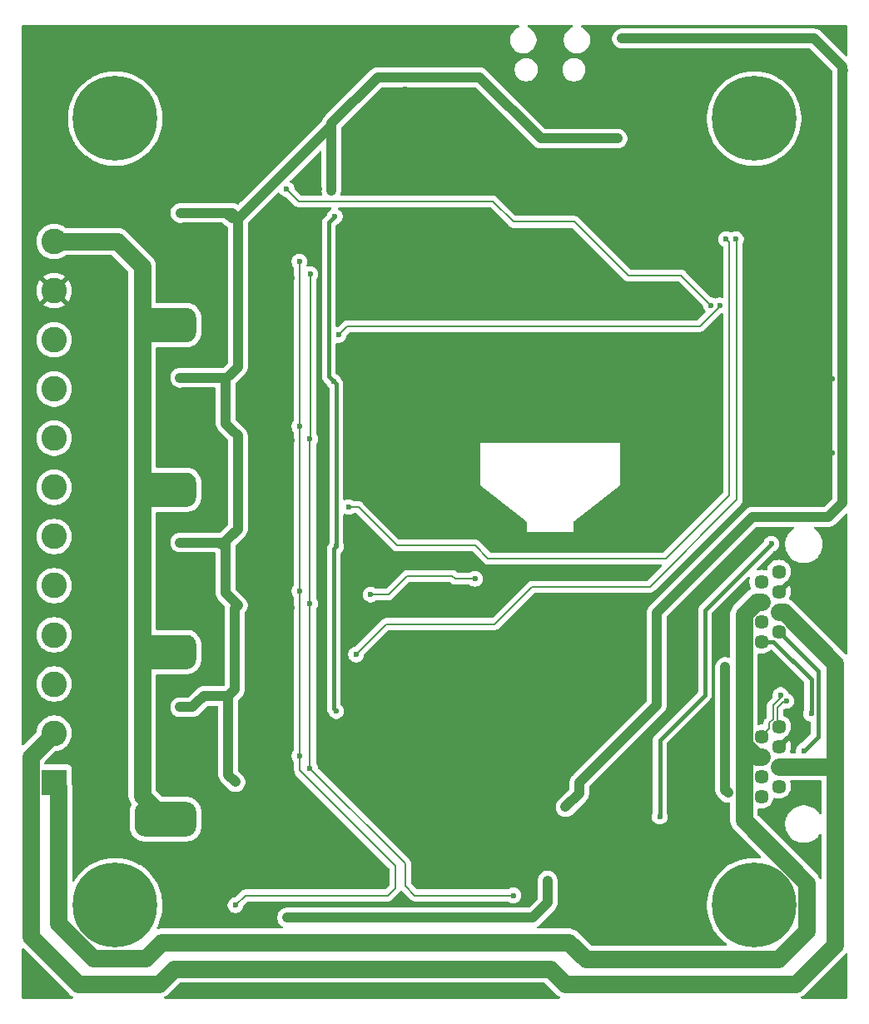
<source format=gbr>
%TF.GenerationSoftware,KiCad,Pcbnew,9.0.1-9.0.1-0~ubuntu24.04.1*%
%TF.CreationDate,2025-04-09T14:36:28-04:00*%
%TF.ProjectId,Pico_LCC,5069636f-5f4c-4434-932e-6b696361645f,4*%
%TF.SameCoordinates,Original*%
%TF.FileFunction,Copper,L2,Bot*%
%TF.FilePolarity,Positive*%
%FSLAX46Y46*%
G04 Gerber Fmt 4.6, Leading zero omitted, Abs format (unit mm)*
G04 Created by KiCad (PCBNEW 9.0.1-9.0.1-0~ubuntu24.04.1) date 2025-04-09 14:36:28*
%MOMM*%
%LPD*%
G01*
G04 APERTURE LIST*
%TA.AperFunction,Conductor*%
%ADD10C,0.000000*%
%TD*%
%TA.AperFunction,ComponentPad*%
%ADD11C,0.900000*%
%TD*%
%TA.AperFunction,ComponentPad*%
%ADD12C,8.600000*%
%TD*%
%TA.AperFunction,ComponentPad*%
%ADD13R,2.600000X2.600000*%
%TD*%
%TA.AperFunction,ComponentPad*%
%ADD14C,2.600000*%
%TD*%
%TA.AperFunction,ComponentPad*%
%ADD15C,1.448000*%
%TD*%
%TA.AperFunction,ViaPad*%
%ADD16C,0.600000*%
%TD*%
%TA.AperFunction,Conductor*%
%ADD17C,1.000000*%
%TD*%
%TA.AperFunction,Conductor*%
%ADD18C,0.400000*%
%TD*%
%TA.AperFunction,Conductor*%
%ADD19C,1.750000*%
%TD*%
%TA.AperFunction,Conductor*%
%ADD20C,0.200000*%
%TD*%
G04 APERTURE END LIST*
D10*
%TA.AperFunction,Conductor*%
%TO.N,VTRACK*%
G36*
X67250000Y-102500000D02*
G01*
X67250000Y-102500000D01*
G75*
G02*
X68250000Y-103500000I0J-1000000D01*
G01*
X68250000Y-105000000D01*
G75*
G02*
X67250000Y-106000000I-1000000J0D01*
G01*
X63000000Y-106000000D01*
G75*
G02*
X62000000Y-105000000I0J1000000D01*
G01*
X62000000Y-103500000D01*
G75*
G02*
X63000000Y-102500000I1000000J0D01*
G01*
X67250000Y-102500000D01*
G37*
%TD.AperFunction*%
%TA.AperFunction,Conductor*%
G36*
X67250000Y-119500000D02*
G01*
X67250000Y-119500000D01*
G75*
G02*
X68250000Y-120500000I0J-1000000D01*
G01*
X68250000Y-122000000D01*
G75*
G02*
X67250000Y-123000000I-1000000J0D01*
G01*
X63000000Y-123000000D01*
G75*
G02*
X62000000Y-122000000I0J1000000D01*
G01*
X62000000Y-120500000D01*
G75*
G02*
X63000000Y-119500000I1000000J0D01*
G01*
X67250000Y-119500000D01*
G37*
%TD.AperFunction*%
%TA.AperFunction,Conductor*%
G36*
X67250000Y-86000000D02*
G01*
X67250000Y-86000000D01*
G75*
G02*
X68250000Y-87000000I0J-1000000D01*
G01*
X68250000Y-88500000D01*
G75*
G02*
X67250000Y-89500000I-1000000J0D01*
G01*
X63000000Y-89500000D01*
G75*
G02*
X62000000Y-88500000I0J1000000D01*
G01*
X62000000Y-87000000D01*
G75*
G02*
X63000000Y-86000000I1000000J0D01*
G01*
X67250000Y-86000000D01*
G37*
%TD.AperFunction*%
%TA.AperFunction,Conductor*%
G36*
X67250000Y-69250000D02*
G01*
X67250000Y-69250000D01*
G75*
G02*
X68250000Y-70250000I0J-1000000D01*
G01*
X68250000Y-71750000D01*
G75*
G02*
X67250000Y-72750000I-1000000J0D01*
G01*
X63000000Y-72750000D01*
G75*
G02*
X62000000Y-71750000I0J1000000D01*
G01*
X62000000Y-70250000D01*
G75*
G02*
X63000000Y-69250000I1000000J0D01*
G01*
X67250000Y-69250000D01*
G37*
%TD.AperFunction*%
%TD*%
D11*
%TO.P,H4,1,1*%
%TO.N,Net-(JP4-B)*%
X121775000Y-50000000D03*
X122719581Y-47719581D03*
X122719581Y-52280419D03*
X125000000Y-46775000D03*
D12*
X125000000Y-50000000D03*
D11*
X125000000Y-53225000D03*
X127280419Y-47719581D03*
X127280419Y-52280419D03*
X128225000Y-50000000D03*
%TD*%
%TO.P,H2,1,1*%
%TO.N,Net-(JP2-B)*%
X56775000Y-130000000D03*
X57719581Y-127719581D03*
X57719581Y-132280419D03*
X60000000Y-126775000D03*
D12*
X60000000Y-130000000D03*
D11*
X60000000Y-133225000D03*
X62280419Y-127719581D03*
X62280419Y-132280419D03*
X63225000Y-130000000D03*
%TD*%
D13*
%TO.P,J1,1,Pin_1*%
%TO.N,/raw_dcc_n*%
X53805000Y-117500000D03*
D14*
%TO.P,J1,2,Pin_2*%
%TO.N,/raw_dcc_p*%
X53805000Y-112500000D03*
%TO.P,J1,3,Pin_3*%
%TO.N,/out2_D*%
X53805000Y-107500000D03*
%TO.P,J1,4,Pin_4*%
%TO.N,/out1_D*%
X53805000Y-102500000D03*
%TO.P,J1,5,Pin_5*%
%TO.N,/out2_C*%
X53805000Y-97500000D03*
%TO.P,J1,6,Pin_6*%
%TO.N,/out1_C*%
X53805000Y-92500000D03*
%TO.P,J1,7,Pin_7*%
%TO.N,/out2_B*%
X53805000Y-87500000D03*
%TO.P,J1,8,Pin_8*%
%TO.N,/out1_B*%
X53805000Y-82500000D03*
%TO.P,J1,9,Pin_9*%
%TO.N,/out2_A*%
X53805000Y-77500000D03*
%TO.P,J1,10,Pin_10*%
%TO.N,/out1_A*%
X53805000Y-72500000D03*
%TO.P,J1,11,Pin_11*%
%TO.N,GND*%
X53805000Y-67500000D03*
%TO.P,J1,12,Pin_12*%
%TO.N,VTRACK*%
X53805000Y-62500000D03*
%TD*%
D11*
%TO.P,H3,1,1*%
%TO.N,Net-(JP3-B)*%
X121775000Y-130000000D03*
X122719581Y-127719581D03*
X122719581Y-132280419D03*
X125000000Y-126775000D03*
D12*
X125000000Y-130000000D03*
D11*
X125000000Y-133225000D03*
X127280419Y-127719581D03*
X127280419Y-132280419D03*
X128225000Y-130000000D03*
%TD*%
D15*
%TO.P,J2,1_1,1_1*%
%TO.N,/can+*%
X127520000Y-111843500D03*
%TO.P,J2,1_2,1_2*%
%TO.N,/can-*%
X125740000Y-112859500D03*
%TO.P,J2,1_3,1_3*%
%TO.N,GND*%
X127520000Y-113875500D03*
%TO.P,J2,1_4,1_4*%
%TO.N,/raw_dcc_n*%
X125740000Y-114891500D03*
%TO.P,J2,1_5,1_5*%
%TO.N,/raw_dcc_p*%
X127520000Y-115907500D03*
%TO.P,J2,1_6,1_6*%
%TO.N,/can_shield*%
X125740000Y-116923500D03*
%TO.P,J2,1_7,1_7*%
%TO.N,/pwr_n*%
X127520000Y-117939500D03*
%TO.P,J2,1_8,1_8*%
%TO.N,/pwr_p*%
X125740000Y-118955500D03*
%TO.P,J2,2_1,2_1*%
%TO.N,/can+*%
X127520000Y-96093500D03*
%TO.P,J2,2_2,2_2*%
%TO.N,/can-*%
X125740000Y-97109500D03*
%TO.P,J2,2_3,2_3*%
%TO.N,GND*%
X127520000Y-98125500D03*
%TO.P,J2,2_4,2_4*%
%TO.N,/raw_dcc_n*%
X125740000Y-99141500D03*
%TO.P,J2,2_5,2_5*%
%TO.N,/raw_dcc_p*%
X127520000Y-100157500D03*
%TO.P,J2,2_6,2_6*%
%TO.N,/can_shield*%
X125740000Y-101173500D03*
%TO.P,J2,2_7,2_7*%
%TO.N,/pwr_n*%
X127520000Y-102189500D03*
%TO.P,J2,2_8,2_8*%
%TO.N,/pwr_p*%
X125740000Y-103205500D03*
%TD*%
D11*
%TO.P,H1,1,1*%
%TO.N,Net-(JP1-B)*%
X56775000Y-50000000D03*
X57719581Y-47719581D03*
X57719581Y-52280419D03*
X60000000Y-46775000D03*
D12*
X60000000Y-50000000D03*
D11*
X60000000Y-53225000D03*
X62280419Y-47719581D03*
X62280419Y-52280419D03*
X63225000Y-50000000D03*
%TD*%
D16*
%TO.N,+3.3V*%
X115400000Y-121000000D03*
X82000000Y-57325000D03*
X126750000Y-93250000D03*
X66643750Y-59605694D03*
X82500000Y-110250000D03*
X72500000Y-99500000D03*
X71500000Y-92750000D03*
X82500000Y-93500000D03*
X67893750Y-59605694D03*
X67869338Y-93105694D03*
X66619338Y-109855694D03*
X111106000Y-52030000D03*
X66619338Y-93105694D03*
X71500000Y-110000000D03*
X72500000Y-66000000D03*
X110217000Y-52030000D03*
X82350000Y-59950000D03*
X72500000Y-82250000D03*
X66619338Y-76355694D03*
X82250000Y-76750000D03*
X72250000Y-117474332D03*
X71250000Y-76500000D03*
X67869338Y-76355694D03*
X67869338Y-109855694D03*
X71500000Y-59750000D03*
%TO.N,GND*%
X103740000Y-79579500D03*
X66893750Y-63605694D03*
X128695500Y-64657000D03*
X66869338Y-97105694D03*
X116650000Y-53500000D03*
X66869338Y-113855694D03*
X65869338Y-80355694D03*
X67369338Y-113355694D03*
X98050000Y-63675000D03*
X80694322Y-78305678D03*
X66869338Y-112855694D03*
X66393750Y-63105694D03*
X119750000Y-65750000D03*
X74250000Y-61750000D03*
X66369338Y-97605694D03*
X67393750Y-63105694D03*
X74250000Y-75250000D03*
X74750000Y-112500000D03*
X109875000Y-96125000D03*
X86500000Y-106750000D03*
X80775000Y-57125000D03*
X104400000Y-106600000D03*
X67369338Y-96605694D03*
X89250000Y-53500000D03*
X66869338Y-79355694D03*
X67393750Y-64105694D03*
X131250000Y-118750000D03*
X93800000Y-97600000D03*
X65869338Y-113855694D03*
X67893750Y-63605694D03*
X98250000Y-73475000D03*
X66369338Y-79855694D03*
X126500000Y-78000000D03*
X114950000Y-92975000D03*
X90500000Y-73750000D03*
X117138500Y-60529500D03*
X74000000Y-101250000D03*
X103500000Y-118250000D03*
X125203000Y-68276500D03*
X66869338Y-81355694D03*
X90000000Y-69250000D03*
X118750000Y-81250000D03*
X66369338Y-114355694D03*
X116750000Y-67000000D03*
X93000000Y-138750000D03*
X124123500Y-68276500D03*
X90000000Y-61500000D03*
X134000000Y-135750000D03*
X74750000Y-91250000D03*
X92000000Y-88250000D03*
X89900000Y-43350000D03*
X67369338Y-79855694D03*
X67869338Y-80355694D03*
X74250000Y-95500000D03*
X97775000Y-50225000D03*
X85000000Y-100250000D03*
X67369338Y-97605694D03*
X65869338Y-97105694D03*
X125750000Y-86000000D03*
X65893750Y-63605694D03*
X78000000Y-116500000D03*
X67869338Y-97105694D03*
X121000000Y-75250000D03*
X89250000Y-50750000D03*
X66893750Y-62605694D03*
X66393750Y-64105694D03*
X66369338Y-96605694D03*
X66869338Y-98105694D03*
X67869338Y-113855694D03*
X78000000Y-66250000D03*
X125750000Y-110825000D03*
X66893750Y-64605694D03*
X66369338Y-113355694D03*
X66869338Y-114855694D03*
X52250000Y-137500000D03*
X134000000Y-41000000D03*
X133000000Y-76500000D03*
X66869338Y-80355694D03*
X92100000Y-102900000D03*
X89250000Y-56250000D03*
X110471000Y-77166500D03*
X67369338Y-80855694D03*
X78000000Y-99750000D03*
X133000000Y-84000000D03*
X66369338Y-80855694D03*
X67369338Y-114355694D03*
X125203000Y-56783000D03*
X74250000Y-71750000D03*
X97850000Y-44400000D03*
X109400000Y-104825000D03*
X66869338Y-96105694D03*
X84250000Y-93250000D03*
X84000000Y-97750000D03*
X78000000Y-82750000D03*
X131400000Y-98375000D03*
X77000000Y-88750000D03*
X89525000Y-47000000D03*
%TO.N,VTRACK*%
X66143750Y-70355694D03*
X66487232Y-88895181D03*
X66869338Y-121855694D03*
X65393750Y-70355694D03*
X66119338Y-103855694D03*
X66487232Y-122395181D03*
X65619338Y-119855694D03*
X65891115Y-87717772D03*
X66869338Y-105105694D03*
X66119338Y-105105694D03*
X66838088Y-120886944D03*
X65524412Y-72000000D03*
X65891115Y-121217772D03*
X65369338Y-121605694D03*
X65915527Y-70967772D03*
X65500000Y-105500000D03*
X66119338Y-87105694D03*
X65500000Y-122250000D03*
X65500000Y-88750000D03*
X66119338Y-121855694D03*
X65643750Y-69605694D03*
X65619338Y-86355694D03*
X66119338Y-88355694D03*
X66893750Y-71605694D03*
X66511644Y-72145181D03*
X65891115Y-104467772D03*
X66838088Y-87386944D03*
X65619338Y-103105694D03*
X65369338Y-88105694D03*
X66838088Y-104136944D03*
X65369338Y-120605694D03*
X66862500Y-70636944D03*
X66487232Y-105645181D03*
X66119338Y-120605694D03*
X65369338Y-87105694D03*
X65369338Y-103855694D03*
X66143750Y-71605694D03*
X65369338Y-104855694D03*
X66869338Y-88355694D03*
X65393750Y-71355694D03*
%TO.N,/sense_A*%
X120619997Y-69000000D03*
X77435902Y-57166647D03*
%TO.N,/sense_B*%
X121500000Y-69000000D03*
X82750000Y-72000000D03*
%TO.N,/sense_C*%
X83750000Y-89500000D03*
X122157454Y-62250000D03*
%TO.N,/sense_D*%
X123144993Y-62250000D03*
X84500000Y-104500000D03*
%TO.N,+5V*%
X116249500Y-41870000D03*
X111550500Y-41860500D03*
X104000000Y-127500000D03*
X105815000Y-120015000D03*
X77500000Y-131250000D03*
%TO.N,/raw_dcc_p*%
X90750000Y-136500000D03*
X90250000Y-137000000D03*
X90250000Y-136000000D03*
X89750000Y-136500000D03*
%TO.N,/raw_dcc_n*%
X84500000Y-133250000D03*
X84500000Y-134250000D03*
X96000000Y-133250000D03*
X96000000Y-134250000D03*
X84000000Y-133750000D03*
X85000000Y-133750000D03*
X95500000Y-133750000D03*
X96500000Y-133750000D03*
%TO.N,/pwr_p*%
X130810000Y-110520500D03*
%TO.N,/pwr_n*%
X130060000Y-114270500D03*
%TO.N,/can_shield*%
X122060000Y-105770500D03*
X122356040Y-118556040D03*
%TO.N,/can-*%
X127694404Y-108629554D03*
%TO.N,/can+*%
X128295446Y-109230596D03*
%TO.N,/dcc_p*%
X86000000Y-98400000D03*
X78750000Y-64545694D03*
X78750000Y-114795694D03*
X78750000Y-81295694D03*
X72250000Y-130000000D03*
X96600000Y-96800000D03*
X78750000Y-98045694D03*
%TO.N,/dcc_n*%
X79829338Y-116065694D03*
X79853750Y-65815694D03*
X79829338Y-99315694D03*
X100500000Y-129000000D03*
X79829338Y-82565694D03*
%TD*%
D17*
%TO.N,+3.3V*%
X71500000Y-108726000D02*
X71500000Y-110567500D01*
D18*
X71250000Y-93000000D02*
X71500000Y-92750000D01*
D17*
X68999032Y-108726000D02*
X68303766Y-109421266D01*
X72500000Y-60186500D02*
X72500000Y-74245500D01*
D18*
X120000000Y-108600000D02*
X120000000Y-100000000D01*
X66619338Y-76355694D02*
X67869338Y-76355694D01*
D17*
X111106000Y-52030000D02*
X103305000Y-52030000D01*
D18*
X82500000Y-110250000D02*
X82250000Y-110000000D01*
D17*
X71890500Y-59577000D02*
X66672444Y-59577000D01*
X71925750Y-81675750D02*
X72500000Y-82250000D01*
X71500000Y-108726000D02*
X71500000Y-116724332D01*
X71250000Y-76500000D02*
X71250000Y-78246000D01*
X66620032Y-93105000D02*
X66619338Y-93105694D01*
D18*
X66619338Y-93105694D02*
X67869338Y-93105694D01*
D17*
X71794750Y-75955250D02*
X71250000Y-76500000D01*
X73502250Y-59184250D02*
X73153000Y-59533500D01*
X72180500Y-99819500D02*
X72180500Y-108045500D01*
X73153000Y-59533500D02*
X72561500Y-60125000D01*
X103305000Y-52030000D02*
X97075000Y-45800000D01*
X82000000Y-50686500D02*
X82000000Y-57325000D01*
D18*
X82350000Y-59950000D02*
X81750000Y-60550000D01*
D17*
X72500000Y-90882500D02*
X72500000Y-91750000D01*
X70678500Y-93105000D02*
X66620032Y-93105000D01*
X72500000Y-91750000D02*
X71250000Y-93000000D01*
D18*
X115400000Y-121000000D02*
X115400000Y-113200000D01*
D17*
X71250000Y-78246000D02*
X71250000Y-81000000D01*
X72500000Y-60186500D02*
X71890500Y-59577000D01*
X71250000Y-98250000D02*
X71841500Y-98841500D01*
X72500000Y-82250000D02*
X72500000Y-90882500D01*
D18*
X120000000Y-100000000D02*
X126750000Y-93250000D01*
X72500000Y-66000000D02*
X72500000Y-75250000D01*
D17*
X71250000Y-93676500D02*
X71250000Y-98250000D01*
X82000000Y-50500000D02*
X82000000Y-50686500D01*
X97075000Y-45800000D02*
X86700000Y-45800000D01*
X71250000Y-81000000D02*
X71925750Y-81675750D01*
X72107250Y-92142750D02*
X71500000Y-92750000D01*
X68303766Y-109421266D02*
X67869338Y-109855694D01*
X86700000Y-45800000D02*
X82000000Y-50500000D01*
X71091000Y-76341000D02*
X66634032Y-76341000D01*
X66672444Y-59577000D02*
X66643750Y-59605694D01*
D18*
X66643750Y-59605694D02*
X67893750Y-59605694D01*
D17*
X71500000Y-108726000D02*
X68999032Y-108726000D01*
D18*
X115400000Y-113200000D02*
X120000000Y-108600000D01*
D17*
X66634032Y-76341000D02*
X66619338Y-76355694D01*
D18*
X82500000Y-77000000D02*
X82250000Y-76750000D01*
D17*
X71250000Y-93000000D02*
X71250000Y-93676500D01*
D18*
X71500000Y-110567500D02*
X71500000Y-110000000D01*
D17*
X72500000Y-74245500D02*
X72500000Y-75250000D01*
X72500000Y-99500000D02*
X72180500Y-99819500D01*
X73502250Y-59184250D02*
X72500000Y-60186500D01*
X72107250Y-92142750D02*
X71250000Y-93000000D01*
X72500000Y-91750000D02*
X72107250Y-92142750D01*
X72180500Y-108045500D02*
X71500000Y-108726000D01*
X72561500Y-60125000D02*
X71875000Y-60125000D01*
X71250000Y-93676500D02*
X70678500Y-93105000D01*
X71500000Y-116724332D02*
X72250000Y-117474332D01*
X67869338Y-109855694D02*
X66619338Y-109855694D01*
D18*
X81750000Y-76250000D02*
X82250000Y-76750000D01*
D17*
X71841500Y-98841500D02*
X72500000Y-99500000D01*
D18*
X82250000Y-110000000D02*
X82250000Y-93750000D01*
D17*
X72500000Y-75250000D02*
X71794750Y-75955250D01*
D18*
X82250000Y-93750000D02*
X82500000Y-93500000D01*
X81750000Y-60550000D02*
X81750000Y-76250000D01*
D17*
X82000000Y-50686500D02*
X73502250Y-59184250D01*
D18*
X72500000Y-60500000D02*
X72500000Y-66000000D01*
X82500000Y-93500000D02*
X82500000Y-77000000D01*
D17*
X71875000Y-60125000D02*
X71500000Y-59750000D01*
X71250000Y-76500000D02*
X71091000Y-76341000D01*
D19*
%TO.N,VTRACK*%
X62750000Y-65000000D02*
X62750000Y-118875000D01*
X60250000Y-62500000D02*
X62750000Y-65000000D01*
X65125000Y-121250000D02*
X64500000Y-121250000D01*
X53805000Y-62500000D02*
X60250000Y-62500000D01*
X62750000Y-118875000D02*
X65125000Y-121250000D01*
D20*
%TO.N,/sense_A*%
X100500000Y-60500000D02*
X106750000Y-60500000D01*
X112210000Y-65960000D02*
X117579997Y-65960000D01*
X106750000Y-60500000D02*
X112210000Y-65960000D01*
X78689255Y-58420000D02*
X98420000Y-58420000D01*
X98420000Y-58420000D02*
X100500000Y-60500000D01*
X77435902Y-57166647D02*
X78689255Y-58420000D01*
X117579997Y-65960000D02*
X120619997Y-69000000D01*
%TO.N,/sense_B*%
X83630000Y-71120000D02*
X119461663Y-71120000D01*
X82750000Y-72000000D02*
X83630000Y-71120000D01*
X119461663Y-71120000D02*
X121500000Y-69081663D01*
X121500000Y-69081663D02*
X121500000Y-69000000D01*
%TO.N,/sense_C*%
X96600000Y-93400000D02*
X97950000Y-94750000D01*
X122464993Y-62557539D02*
X122157454Y-62250000D01*
X122464993Y-88285007D02*
X122464993Y-62557539D01*
X116000000Y-94750000D02*
X122464993Y-88285007D01*
X97950000Y-94750000D02*
X116000000Y-94750000D01*
X83750000Y-89500000D02*
X84750000Y-89500000D01*
X88650000Y-93400000D02*
X96600000Y-93400000D01*
X84750000Y-89500000D02*
X88650000Y-93400000D01*
%TO.N,/sense_D*%
X87600000Y-101400000D02*
X98600000Y-101400000D01*
X102400000Y-97600000D02*
X114400000Y-97600000D01*
X123250000Y-62750000D02*
X123250000Y-62355007D01*
X84500000Y-104500000D02*
X87600000Y-101400000D01*
X98600000Y-101400000D02*
X102400000Y-97600000D01*
X114400000Y-97600000D02*
X123250000Y-88750000D01*
X123250000Y-62355007D02*
X123144993Y-62250000D01*
X123250000Y-62750000D02*
X123250000Y-62250000D01*
X123250000Y-88750000D02*
X123250000Y-62750000D01*
D17*
%TO.N,+5V*%
X107230000Y-117520000D02*
X107230000Y-118600000D01*
D18*
X134300000Y-45050000D02*
X131120000Y-41870000D01*
D17*
X77500000Y-131250000D02*
X102500000Y-131250000D01*
X133999000Y-44749000D02*
X133999000Y-89071500D01*
X124823500Y-90500000D02*
X115106500Y-100217000D01*
X115106500Y-100217000D02*
X115106500Y-109643500D01*
X115106500Y-109643500D02*
X107230000Y-117520000D01*
X102500000Y-131250000D02*
X104000000Y-129750000D01*
X107230000Y-118600000D02*
X105815000Y-120015000D01*
X132570500Y-90500000D02*
X124823500Y-90500000D01*
X131110500Y-41860500D02*
X133999000Y-44749000D01*
X104000000Y-129750000D02*
X104000000Y-127500000D01*
X111550500Y-41860500D02*
X131110500Y-41860500D01*
X133999000Y-89071500D02*
X132570500Y-90500000D01*
D19*
%TO.N,/raw_dcc_p*%
X105750000Y-138000000D02*
X129250000Y-138000000D01*
X133250000Y-115750000D02*
X133250000Y-112250000D01*
X133092500Y-115907500D02*
X133250000Y-115750000D01*
X133250000Y-105389471D02*
X128018029Y-100157500D01*
X129250000Y-138000000D02*
X133250000Y-134000000D01*
X56250000Y-138000000D02*
X64500000Y-138000000D01*
X51440000Y-114865000D02*
X51440000Y-133190000D01*
X53805000Y-112500000D02*
X51440000Y-114865000D01*
X104250000Y-136500000D02*
X105750000Y-138000000D01*
X64500000Y-138000000D02*
X66000000Y-136500000D01*
X51440000Y-133190000D02*
X56250000Y-138000000D01*
X127520000Y-115907500D02*
X133092500Y-115907500D01*
X66000000Y-136500000D02*
X104250000Y-136500000D01*
X133250000Y-134000000D02*
X133250000Y-105389471D01*
X128018029Y-100157500D02*
X127520000Y-100157500D01*
%TO.N,/raw_dcc_n*%
X84500000Y-133750000D02*
X84000000Y-133750000D01*
X130365000Y-127777744D02*
X130365000Y-132635000D01*
X54250000Y-117945000D02*
X53805000Y-117500000D01*
X123951000Y-100432471D02*
X125241971Y-99141500D01*
X85000000Y-133750000D02*
X96500000Y-133750000D01*
X96500000Y-133750000D02*
X96000000Y-133750000D01*
X127500000Y-135500000D02*
X107872574Y-135500000D01*
X125740000Y-114891500D02*
X125241971Y-114891500D01*
X54250000Y-131837256D02*
X54250000Y-117945000D01*
X107872574Y-135500000D02*
X106122574Y-133750000D01*
X123951000Y-121363744D02*
X130365000Y-127777744D01*
X125241971Y-99141500D02*
X125740000Y-99141500D01*
X85000000Y-133750000D02*
X64750000Y-133750000D01*
X57777744Y-135365000D02*
X54250000Y-131837256D01*
X64750000Y-133750000D02*
X63135000Y-135365000D01*
X63135000Y-135365000D02*
X57777744Y-135365000D01*
X123951000Y-113600529D02*
X123951000Y-100432471D01*
X130365000Y-132635000D02*
X127500000Y-135500000D01*
X125241971Y-114891500D02*
X123951000Y-113600529D01*
X123951000Y-113600529D02*
X123951000Y-121363744D01*
X96000000Y-133750000D02*
X95500000Y-133750000D01*
X85000000Y-133750000D02*
X84500000Y-133750000D01*
X106122574Y-133750000D02*
X96500000Y-133750000D01*
D18*
%TO.N,/pwr_p*%
X125740000Y-103205500D02*
X126960566Y-103205500D01*
X126960566Y-103205500D02*
X130810000Y-107054934D01*
X130810000Y-107054934D02*
X130810000Y-110520500D01*
%TO.N,/pwr_n*%
X130060000Y-114270500D02*
X131500000Y-112830500D01*
X131500000Y-112830500D02*
X131500000Y-106169500D01*
X131500000Y-106169500D02*
X127520000Y-102189500D01*
D17*
%TO.N,/can_shield*%
X122060000Y-118260000D02*
X122060000Y-105770500D01*
X122356040Y-118556040D02*
X122060000Y-118260000D01*
D20*
%TO.N,/can-*%
X126912999Y-111102884D02*
X126550000Y-111465883D01*
X126550000Y-112049500D02*
X125740000Y-112859500D01*
X126550000Y-111465883D02*
X126550000Y-112049500D01*
X127694404Y-108629554D02*
X127694404Y-108912397D01*
X126912999Y-109693802D02*
X126912999Y-111102884D01*
X127694404Y-108912397D02*
X126912999Y-109693802D01*
%TO.N,/can+*%
X128295446Y-109230596D02*
X128012603Y-109230596D01*
X127363001Y-109880198D02*
X127363001Y-111686501D01*
X127363001Y-111686501D02*
X127520000Y-111843500D01*
X128012603Y-109230596D02*
X127363001Y-109880198D01*
%TO.N,/dcc_p*%
X78750000Y-81000000D02*
X78750000Y-81295694D01*
X86000000Y-98400000D02*
X87800000Y-98400000D01*
X78750000Y-97750000D02*
X78750000Y-81000000D01*
X78750000Y-114500000D02*
X78750000Y-114795694D01*
X94300000Y-96500000D02*
X94600000Y-96800000D01*
X87800000Y-98400000D02*
X89700000Y-96500000D01*
X88500000Y-126000000D02*
X78750000Y-116250000D01*
X78750000Y-116250000D02*
X78750000Y-114500000D01*
X73250000Y-129000000D02*
X87750000Y-129000000D01*
X72250000Y-130000000D02*
X73250000Y-129000000D01*
X94600000Y-96800000D02*
X96600000Y-96800000D01*
X78750000Y-81000000D02*
X78750000Y-64545694D01*
X87750000Y-129000000D02*
X88500000Y-128250000D01*
X78750000Y-114500000D02*
X78750000Y-97750000D01*
X88500000Y-128250000D02*
X88500000Y-126000000D01*
X78750000Y-97750000D02*
X78750000Y-98045694D01*
X89700000Y-96500000D02*
X94300000Y-96500000D01*
%TO.N,/dcc_n*%
X79829338Y-99315694D02*
X79829338Y-116065694D01*
X79829338Y-82565694D02*
X79829338Y-99315694D01*
X79853750Y-65815694D02*
X79853750Y-82541282D01*
X100500000Y-129000000D02*
X90500000Y-129000000D01*
X79829338Y-116079338D02*
X79829338Y-116065694D01*
X90500000Y-129000000D02*
X89500000Y-128000000D01*
X89500000Y-125750000D02*
X79829338Y-116079338D01*
X89500000Y-128000000D02*
X89500000Y-125750000D01*
X79853750Y-82541282D02*
X79829338Y-82565694D01*
%TD*%
%TA.AperFunction,Conductor*%
%TO.N,GND*%
G36*
X50705703Y-134401399D02*
G01*
X50712181Y-134407431D01*
X55200828Y-138896078D01*
X55353922Y-139049172D01*
X55529081Y-139176433D01*
X55676088Y-139251337D01*
X55702932Y-139265015D01*
X55753728Y-139312990D01*
X55770523Y-139380811D01*
X55747985Y-139446946D01*
X55693270Y-139490397D01*
X55646637Y-139499500D01*
X50624500Y-139499500D01*
X50557461Y-139479815D01*
X50511706Y-139427011D01*
X50500500Y-139375500D01*
X50500500Y-134495112D01*
X50520185Y-134428073D01*
X50572989Y-134382318D01*
X50642147Y-134372374D01*
X50705703Y-134401399D01*
G37*
%TD.AperFunction*%
%TA.AperFunction,Conductor*%
G36*
X103695926Y-137895185D02*
G01*
X103716568Y-137911819D01*
X104700828Y-138896078D01*
X104853922Y-139049172D01*
X105029081Y-139176433D01*
X105176088Y-139251337D01*
X105202932Y-139265015D01*
X105253728Y-139312990D01*
X105270523Y-139380811D01*
X105247985Y-139446946D01*
X105193270Y-139490397D01*
X105146637Y-139499500D01*
X65103363Y-139499500D01*
X65098074Y-139497947D01*
X65092672Y-139499038D01*
X65064910Y-139488209D01*
X65036324Y-139479815D01*
X65032715Y-139475650D01*
X65027579Y-139473647D01*
X65010076Y-139449523D01*
X64990569Y-139427011D01*
X64989784Y-139421556D01*
X64986547Y-139417094D01*
X64984865Y-139387343D01*
X64980625Y-139357853D01*
X64982915Y-139352838D01*
X64982604Y-139347336D01*
X64997271Y-139321402D01*
X65009650Y-139294297D01*
X65015005Y-139290047D01*
X65017000Y-139286520D01*
X65041797Y-139268784D01*
X65045567Y-139265793D01*
X65046335Y-139265388D01*
X65220919Y-139176433D01*
X65220920Y-139176432D01*
X65396078Y-139049173D01*
X66533431Y-137911818D01*
X66594754Y-137878334D01*
X66621112Y-137875500D01*
X103628887Y-137875500D01*
X103695926Y-137895185D01*
G37*
%TD.AperFunction*%
%TA.AperFunction,Conductor*%
G36*
X134418834Y-134878930D02*
G01*
X134474767Y-134920802D01*
X134499184Y-134986266D01*
X134499500Y-134995112D01*
X134499500Y-139375500D01*
X134479815Y-139442539D01*
X134427011Y-139488294D01*
X134375500Y-139499500D01*
X129853363Y-139499500D01*
X129848074Y-139497947D01*
X129842672Y-139499038D01*
X129814910Y-139488209D01*
X129786324Y-139479815D01*
X129782715Y-139475650D01*
X129777579Y-139473647D01*
X129760076Y-139449523D01*
X129740569Y-139427011D01*
X129739784Y-139421556D01*
X129736547Y-139417094D01*
X129734865Y-139387343D01*
X129730625Y-139357853D01*
X129732915Y-139352838D01*
X129732604Y-139347336D01*
X129747271Y-139321402D01*
X129759650Y-139294297D01*
X129765005Y-139290047D01*
X129767000Y-139286520D01*
X129791797Y-139268784D01*
X129795567Y-139265793D01*
X129796335Y-139265388D01*
X129970919Y-139176433D01*
X129970920Y-139176432D01*
X130146078Y-139049173D01*
X134287819Y-134907430D01*
X134349142Y-134873946D01*
X134418834Y-134878930D01*
G37*
%TD.AperFunction*%
%TA.AperFunction,Conductor*%
G36*
X121785896Y-69779385D02*
G01*
X121841072Y-69822249D01*
X121864315Y-69888140D01*
X121864493Y-69894774D01*
X121864493Y-87984909D01*
X121844808Y-88051948D01*
X121828174Y-88072590D01*
X115787584Y-94113181D01*
X115726261Y-94146666D01*
X115699903Y-94149500D01*
X98250097Y-94149500D01*
X98183058Y-94129815D01*
X98162416Y-94113181D01*
X97087590Y-93038355D01*
X97087588Y-93038352D01*
X96968717Y-92919481D01*
X96968716Y-92919480D01*
X96881904Y-92869360D01*
X96881904Y-92869359D01*
X96881900Y-92869358D01*
X96831785Y-92840423D01*
X96679057Y-92799499D01*
X96520943Y-92799499D01*
X96513347Y-92799499D01*
X96513331Y-92799500D01*
X88950097Y-92799500D01*
X88883058Y-92779815D01*
X88862416Y-92763181D01*
X85237590Y-89138355D01*
X85237588Y-89138352D01*
X85118716Y-89019480D01*
X85118709Y-89019475D01*
X85014395Y-88959250D01*
X85014392Y-88959249D01*
X84981787Y-88940424D01*
X84981786Y-88940423D01*
X84981785Y-88940423D01*
X84829057Y-88899499D01*
X84670943Y-88899499D01*
X84663347Y-88899499D01*
X84663331Y-88899500D01*
X84329766Y-88899500D01*
X84262727Y-88879815D01*
X84260875Y-88878602D01*
X84129185Y-88790609D01*
X84129172Y-88790602D01*
X83983501Y-88730264D01*
X83983489Y-88730261D01*
X83828845Y-88699500D01*
X83828842Y-88699500D01*
X83671158Y-88699500D01*
X83671155Y-88699500D01*
X83516510Y-88730261D01*
X83516507Y-88730262D01*
X83516506Y-88730262D01*
X83516503Y-88730263D01*
X83436372Y-88763454D01*
X83371952Y-88790137D01*
X83302482Y-88797605D01*
X83240003Y-88766329D01*
X83204351Y-88706240D01*
X83200500Y-88675575D01*
X83200500Y-87339895D01*
X97150000Y-87339895D01*
X101802057Y-90952663D01*
X101842931Y-91009327D01*
X101850000Y-91050597D01*
X101850000Y-92000000D01*
X106650000Y-92000000D01*
X106650000Y-91050597D01*
X106669685Y-90983558D01*
X106697941Y-90952664D01*
X111350000Y-87339895D01*
X111350000Y-83000000D01*
X97150000Y-83000000D01*
X97150000Y-87339895D01*
X83200500Y-87339895D01*
X83200500Y-76931006D01*
X83200499Y-76931003D01*
X83198312Y-76920006D01*
X83177408Y-76814915D01*
X83173580Y-76795671D01*
X83147367Y-76732389D01*
X83120775Y-76668189D01*
X83120772Y-76668184D01*
X83120771Y-76668182D01*
X83044114Y-76553458D01*
X83040249Y-76548748D01*
X83041134Y-76548021D01*
X83019193Y-76515190D01*
X82959394Y-76370821D01*
X82959390Y-76370814D01*
X82871789Y-76239711D01*
X82871786Y-76239707D01*
X82760292Y-76128213D01*
X82760288Y-76128210D01*
X82629185Y-76040609D01*
X82629175Y-76040604D01*
X82527047Y-75998301D01*
X82472644Y-75954460D01*
X82450579Y-75888166D01*
X82450500Y-75883740D01*
X82450500Y-72907702D01*
X82470185Y-72840663D01*
X82522989Y-72794908D01*
X82592147Y-72784964D01*
X82598667Y-72786080D01*
X82655435Y-72797372D01*
X82671157Y-72800500D01*
X82671158Y-72800500D01*
X82828844Y-72800500D01*
X82828845Y-72800499D01*
X82983497Y-72769737D01*
X83129179Y-72709394D01*
X83260289Y-72621789D01*
X83371789Y-72510289D01*
X83459394Y-72379179D01*
X83519737Y-72233497D01*
X83550500Y-72078842D01*
X83550638Y-72078150D01*
X83583023Y-72016239D01*
X83584518Y-72014716D01*
X83842416Y-71756819D01*
X83903739Y-71723334D01*
X83930097Y-71720500D01*
X119374994Y-71720500D01*
X119375010Y-71720501D01*
X119382606Y-71720501D01*
X119540717Y-71720501D01*
X119540720Y-71720501D01*
X119693448Y-71679577D01*
X119743567Y-71650639D01*
X119830379Y-71600520D01*
X119942183Y-71488716D01*
X119942183Y-71488714D01*
X119952391Y-71478507D01*
X119952393Y-71478504D01*
X121616603Y-69814293D01*
X121633199Y-69805231D01*
X121646810Y-69792099D01*
X121676303Y-69781694D01*
X121677924Y-69780810D01*
X121679936Y-69780390D01*
X121716306Y-69773156D01*
X121785896Y-69779385D01*
G37*
%TD.AperFunction*%
%TA.AperFunction,Conductor*%
G36*
X98186942Y-59040185D02*
G01*
X98207584Y-59056819D01*
X100015139Y-60864374D01*
X100015149Y-60864385D01*
X100019479Y-60868715D01*
X100019480Y-60868716D01*
X100131284Y-60980520D01*
X100164558Y-60999730D01*
X100218095Y-61030639D01*
X100218097Y-61030641D01*
X100268213Y-61059576D01*
X100268215Y-61059577D01*
X100420942Y-61100500D01*
X100420943Y-61100500D01*
X106449903Y-61100500D01*
X106516942Y-61120185D01*
X106537584Y-61136819D01*
X111725139Y-66324374D01*
X111725149Y-66324385D01*
X111729479Y-66328715D01*
X111729480Y-66328716D01*
X111841284Y-66440520D01*
X111928095Y-66490639D01*
X111928097Y-66490641D01*
X111966151Y-66512611D01*
X111978215Y-66519577D01*
X112130943Y-66560500D01*
X112289057Y-66560500D01*
X117279900Y-66560500D01*
X117346939Y-66580185D01*
X117367581Y-66596819D01*
X119785422Y-69014660D01*
X119818907Y-69075983D01*
X119819358Y-69078149D01*
X119850258Y-69233491D01*
X119850261Y-69233501D01*
X119910599Y-69379172D01*
X119910606Y-69379185D01*
X119998207Y-69510288D01*
X119998210Y-69510292D01*
X120022491Y-69534573D01*
X120055976Y-69595896D01*
X120050992Y-69665588D01*
X120022491Y-69709935D01*
X119249247Y-70483181D01*
X119187924Y-70516666D01*
X119161566Y-70519500D01*
X83716669Y-70519500D01*
X83716653Y-70519499D01*
X83709057Y-70519499D01*
X83550943Y-70519499D01*
X83398215Y-70560423D01*
X83398213Y-70560424D01*
X83376646Y-70572874D01*
X83376647Y-70572875D01*
X83261287Y-70639477D01*
X83261282Y-70639481D01*
X82735339Y-71165425D01*
X82718743Y-71174487D01*
X82705134Y-71187619D01*
X82675634Y-71198026D01*
X82674016Y-71198910D01*
X82671851Y-71199361D01*
X82598693Y-71213914D01*
X82529101Y-71207687D01*
X82473923Y-71164825D01*
X82450678Y-71098936D01*
X82450500Y-71092297D01*
X82450500Y-60891519D01*
X82470185Y-60824480D01*
X82486818Y-60803839D01*
X82544584Y-60746072D01*
X82584812Y-60719192D01*
X82654838Y-60690186D01*
X82729173Y-60659397D01*
X82729176Y-60659395D01*
X82729179Y-60659394D01*
X82860289Y-60571789D01*
X82971789Y-60460289D01*
X83059394Y-60329179D01*
X83119737Y-60183497D01*
X83150500Y-60028842D01*
X83150500Y-59871158D01*
X83150500Y-59871155D01*
X83150499Y-59871153D01*
X83138696Y-59811816D01*
X83119737Y-59716503D01*
X83114655Y-59704234D01*
X83059397Y-59570827D01*
X83059390Y-59570814D01*
X82971789Y-59439711D01*
X82971786Y-59439707D01*
X82860292Y-59328213D01*
X82860288Y-59328210D01*
X82739650Y-59247602D01*
X82694845Y-59193990D01*
X82686138Y-59124665D01*
X82716292Y-59061637D01*
X82775736Y-59024918D01*
X82808541Y-59020500D01*
X98119903Y-59020500D01*
X98186942Y-59040185D01*
G37*
%TD.AperFunction*%
%TA.AperFunction,Conductor*%
G36*
X80918834Y-53285099D02*
G01*
X80974767Y-53326971D01*
X80999184Y-53392435D01*
X80999500Y-53401281D01*
X80999500Y-57423541D01*
X80999500Y-57423543D01*
X80999499Y-57423543D01*
X81037947Y-57616829D01*
X81037948Y-57616831D01*
X81037949Y-57616835D01*
X81050878Y-57648049D01*
X81058347Y-57717516D01*
X81027073Y-57779995D01*
X80966984Y-57815648D01*
X80936317Y-57819500D01*
X78989352Y-57819500D01*
X78922313Y-57799815D01*
X78901671Y-57783181D01*
X78270476Y-57151986D01*
X78236991Y-57090663D01*
X78236540Y-57088496D01*
X78205640Y-56933157D01*
X78205639Y-56933150D01*
X78205637Y-56933145D01*
X78145299Y-56787474D01*
X78145292Y-56787461D01*
X78057691Y-56656358D01*
X78057688Y-56656354D01*
X77946194Y-56544860D01*
X77946190Y-56544857D01*
X77838255Y-56472736D01*
X77793450Y-56419123D01*
X77784743Y-56349798D01*
X77814898Y-56286771D01*
X77819446Y-56281972D01*
X80787821Y-53313598D01*
X80849142Y-53280115D01*
X80918834Y-53285099D01*
G37*
%TD.AperFunction*%
%TA.AperFunction,Conductor*%
G36*
X101053813Y-40520185D02*
G01*
X101099568Y-40572989D01*
X101109512Y-40642147D01*
X101080487Y-40705703D01*
X101025093Y-40742430D01*
X101006588Y-40748443D01*
X101006585Y-40748444D01*
X100817179Y-40844951D01*
X100645213Y-40969890D01*
X100494890Y-41120213D01*
X100369951Y-41292179D01*
X100273444Y-41481585D01*
X100207753Y-41683760D01*
X100195368Y-41761956D01*
X100174500Y-41893713D01*
X100174500Y-42106287D01*
X100207754Y-42316243D01*
X100266903Y-42498285D01*
X100273444Y-42518414D01*
X100369951Y-42707820D01*
X100494890Y-42879786D01*
X100645213Y-43030109D01*
X100817179Y-43155048D01*
X100817181Y-43155049D01*
X100817184Y-43155051D01*
X101006588Y-43251557D01*
X101208757Y-43317246D01*
X101418713Y-43350500D01*
X101418714Y-43350500D01*
X101631286Y-43350500D01*
X101631287Y-43350500D01*
X101841243Y-43317246D01*
X102043412Y-43251557D01*
X102232816Y-43155051D01*
X102254789Y-43139086D01*
X102404786Y-43030109D01*
X102404788Y-43030106D01*
X102404792Y-43030104D01*
X102555104Y-42879792D01*
X102555106Y-42879788D01*
X102555109Y-42879786D01*
X102680048Y-42707820D01*
X102680047Y-42707820D01*
X102680051Y-42707816D01*
X102776557Y-42518412D01*
X102842246Y-42316243D01*
X102875500Y-42106287D01*
X102875500Y-41893713D01*
X102842246Y-41683757D01*
X102776557Y-41481588D01*
X102680051Y-41292184D01*
X102680049Y-41292181D01*
X102680048Y-41292179D01*
X102555109Y-41120213D01*
X102404786Y-40969890D01*
X102232820Y-40844951D01*
X102043414Y-40748444D01*
X102043413Y-40748443D01*
X102043412Y-40748443D01*
X102024907Y-40742430D01*
X101967232Y-40702994D01*
X101940034Y-40638635D01*
X101951949Y-40569789D01*
X101999193Y-40518313D01*
X102063226Y-40500500D01*
X106436774Y-40500500D01*
X106503813Y-40520185D01*
X106549568Y-40572989D01*
X106559512Y-40642147D01*
X106530487Y-40705703D01*
X106475093Y-40742430D01*
X106456588Y-40748443D01*
X106456585Y-40748444D01*
X106267179Y-40844951D01*
X106095213Y-40969890D01*
X105944890Y-41120213D01*
X105819951Y-41292179D01*
X105723444Y-41481585D01*
X105657753Y-41683760D01*
X105645368Y-41761956D01*
X105624500Y-41893713D01*
X105624500Y-42106287D01*
X105657754Y-42316243D01*
X105716903Y-42498285D01*
X105723444Y-42518414D01*
X105819951Y-42707820D01*
X105944890Y-42879786D01*
X106095213Y-43030109D01*
X106267179Y-43155048D01*
X106267181Y-43155049D01*
X106267184Y-43155051D01*
X106456588Y-43251557D01*
X106658757Y-43317246D01*
X106868713Y-43350500D01*
X106868714Y-43350500D01*
X107081286Y-43350500D01*
X107081287Y-43350500D01*
X107291243Y-43317246D01*
X107493412Y-43251557D01*
X107682816Y-43155051D01*
X107704789Y-43139086D01*
X107854786Y-43030109D01*
X107854788Y-43030106D01*
X107854792Y-43030104D01*
X108005104Y-42879792D01*
X108005106Y-42879788D01*
X108005109Y-42879786D01*
X108130048Y-42707820D01*
X108130047Y-42707820D01*
X108130051Y-42707816D01*
X108226557Y-42518412D01*
X108292246Y-42316243D01*
X108325500Y-42106287D01*
X108325500Y-41893713D01*
X108292246Y-41683757D01*
X108226557Y-41481588D01*
X108130051Y-41292184D01*
X108130049Y-41292181D01*
X108130048Y-41292179D01*
X108005109Y-41120213D01*
X107854786Y-40969890D01*
X107682820Y-40844951D01*
X107493414Y-40748444D01*
X107493413Y-40748443D01*
X107493412Y-40748443D01*
X107474907Y-40742430D01*
X107417232Y-40702994D01*
X107390034Y-40638635D01*
X107401949Y-40569789D01*
X107449193Y-40518313D01*
X107513226Y-40500500D01*
X134375500Y-40500500D01*
X134442539Y-40520185D01*
X134488294Y-40572989D01*
X134499500Y-40624500D01*
X134499500Y-43535218D01*
X134479815Y-43602257D01*
X134427011Y-43648012D01*
X134357853Y-43657956D01*
X134294297Y-43628931D01*
X134287819Y-43622899D01*
X131891979Y-41227059D01*
X131891959Y-41227037D01*
X131748285Y-41083363D01*
X131748281Y-41083360D01*
X131584420Y-40973871D01*
X131584411Y-40973866D01*
X131511815Y-40943796D01*
X131455665Y-40920538D01*
X131402336Y-40898449D01*
X131402332Y-40898448D01*
X131402328Y-40898446D01*
X131305688Y-40879224D01*
X131209044Y-40860000D01*
X131209041Y-40860000D01*
X111451959Y-40860000D01*
X111451957Y-40860000D01*
X111258670Y-40898447D01*
X111258660Y-40898450D01*
X111076592Y-40973864D01*
X111076579Y-40973871D01*
X110912718Y-41083360D01*
X110912714Y-41083363D01*
X110773363Y-41222714D01*
X110773360Y-41222718D01*
X110663871Y-41386579D01*
X110663864Y-41386592D01*
X110588450Y-41568660D01*
X110588447Y-41568670D01*
X110550000Y-41761956D01*
X110550000Y-41761959D01*
X110550000Y-41959041D01*
X110550000Y-41959043D01*
X110549999Y-41959043D01*
X110588447Y-42152329D01*
X110588450Y-42152339D01*
X110663864Y-42334407D01*
X110663871Y-42334420D01*
X110773360Y-42498281D01*
X110773363Y-42498285D01*
X110912714Y-42637636D01*
X110912718Y-42637639D01*
X111076579Y-42747128D01*
X111076592Y-42747135D01*
X111258660Y-42822549D01*
X111258665Y-42822551D01*
X111258669Y-42822551D01*
X111258670Y-42822552D01*
X111451956Y-42861000D01*
X111451959Y-42861000D01*
X130644718Y-42861000D01*
X130711757Y-42880685D01*
X130732399Y-42897319D01*
X132962181Y-45127101D01*
X132995666Y-45188424D01*
X132998500Y-45214782D01*
X132998500Y-88605718D01*
X132978815Y-88672757D01*
X132962181Y-88693399D01*
X132192399Y-89463181D01*
X132131076Y-89496666D01*
X132104718Y-89499500D01*
X124724957Y-89499500D01*
X124639675Y-89516464D01*
X124639671Y-89516464D01*
X124637132Y-89516970D01*
X124531664Y-89537949D01*
X124512998Y-89545681D01*
X124504122Y-89549357D01*
X124504120Y-89549358D01*
X124349592Y-89613364D01*
X124349579Y-89613371D01*
X124185719Y-89722859D01*
X124116040Y-89792538D01*
X124046361Y-89862218D01*
X124046358Y-89862221D01*
X114468721Y-99439858D01*
X114468718Y-99439861D01*
X114399038Y-99509540D01*
X114329359Y-99579219D01*
X114219871Y-99743079D01*
X114219864Y-99743092D01*
X114171665Y-99859457D01*
X114171659Y-99859472D01*
X114170439Y-99862419D01*
X114144449Y-99925164D01*
X114141260Y-99941195D01*
X114139505Y-99950014D01*
X114139503Y-99950022D01*
X114106000Y-100118456D01*
X114106000Y-109177717D01*
X114086315Y-109244756D01*
X114069681Y-109265398D01*
X110339412Y-112995667D01*
X106592221Y-116742858D01*
X106592218Y-116742861D01*
X106522538Y-116812540D01*
X106452859Y-116882219D01*
X106343371Y-117046079D01*
X106343368Y-117046086D01*
X106290038Y-117174834D01*
X106286862Y-117182503D01*
X106267950Y-117228159D01*
X106267947Y-117228167D01*
X106256725Y-117284589D01*
X106256725Y-117284590D01*
X106229500Y-117421456D01*
X106229500Y-118134217D01*
X106209815Y-118201256D01*
X106193181Y-118221898D01*
X105037863Y-119377215D01*
X105037860Y-119377219D01*
X104928372Y-119541079D01*
X104928367Y-119541089D01*
X104852949Y-119723163D01*
X104852947Y-119723171D01*
X104814500Y-119916455D01*
X104814500Y-120113544D01*
X104852947Y-120306828D01*
X104852949Y-120306836D01*
X104928367Y-120488910D01*
X104928372Y-120488920D01*
X105037860Y-120652780D01*
X105037863Y-120652784D01*
X105177215Y-120792136D01*
X105177219Y-120792139D01*
X105341079Y-120901627D01*
X105341083Y-120901629D01*
X105341086Y-120901631D01*
X105523164Y-120977051D01*
X105716455Y-121015499D01*
X105716458Y-121015500D01*
X105716460Y-121015500D01*
X105913542Y-121015500D01*
X105913543Y-121015499D01*
X106106836Y-120977051D01*
X106288914Y-120901631D01*
X106452781Y-120792139D01*
X107867778Y-119377141D01*
X107867782Y-119377139D01*
X108007139Y-119237782D01*
X108116632Y-119073914D01*
X108184527Y-118910000D01*
X108192051Y-118891836D01*
X108221103Y-118745784D01*
X108230500Y-118698541D01*
X108230500Y-117985781D01*
X108250185Y-117918742D01*
X108266814Y-117898105D01*
X115744278Y-110420641D01*
X115744282Y-110420639D01*
X115883639Y-110281282D01*
X115993132Y-110117414D01*
X116058643Y-109959255D01*
X116068551Y-109935336D01*
X116097426Y-109790173D01*
X116107000Y-109742041D01*
X116107000Y-100682782D01*
X116126685Y-100615743D01*
X116143319Y-100595101D01*
X125201601Y-91536819D01*
X125262924Y-91503334D01*
X125289282Y-91500500D01*
X128912084Y-91500500D01*
X128979123Y-91520185D01*
X129024878Y-91572989D01*
X129034822Y-91642147D01*
X129005797Y-91705703D01*
X128987570Y-91722876D01*
X128804225Y-91863560D01*
X128804218Y-91863566D01*
X128628066Y-92039718D01*
X128628060Y-92039725D01*
X128476400Y-92237373D01*
X128351837Y-92453123D01*
X128351830Y-92453138D01*
X128256498Y-92683292D01*
X128192017Y-92923938D01*
X128159501Y-93170924D01*
X128159500Y-93170941D01*
X128159500Y-93420058D01*
X128159501Y-93420075D01*
X128192017Y-93667061D01*
X128256498Y-93907707D01*
X128351830Y-94137861D01*
X128351837Y-94137876D01*
X128476400Y-94353626D01*
X128628060Y-94551274D01*
X128628066Y-94551281D01*
X128804218Y-94727433D01*
X128804225Y-94727439D01*
X129001873Y-94879099D01*
X129217623Y-95003662D01*
X129217638Y-95003669D01*
X129316825Y-95044753D01*
X129447793Y-95099002D01*
X129688435Y-95163482D01*
X129935435Y-95196000D01*
X129935442Y-95196000D01*
X130184558Y-95196000D01*
X130184565Y-95196000D01*
X130431565Y-95163482D01*
X130672207Y-95099002D01*
X130902373Y-95003664D01*
X131118127Y-94879099D01*
X131315776Y-94727438D01*
X131491938Y-94551276D01*
X131643599Y-94353627D01*
X131768164Y-94137873D01*
X131863502Y-93907707D01*
X131927982Y-93667065D01*
X131960500Y-93420065D01*
X131960500Y-93170935D01*
X131927982Y-92923935D01*
X131863502Y-92683293D01*
X131779404Y-92480263D01*
X131768169Y-92453138D01*
X131768162Y-92453123D01*
X131643599Y-92237373D01*
X131491939Y-92039725D01*
X131491933Y-92039718D01*
X131315781Y-91863566D01*
X131315774Y-91863560D01*
X131132430Y-91722876D01*
X131091227Y-91666448D01*
X131087072Y-91596702D01*
X131121284Y-91535782D01*
X131183001Y-91503029D01*
X131207916Y-91500500D01*
X132669042Y-91500500D01*
X132688239Y-91496681D01*
X132765688Y-91481275D01*
X132862336Y-91462051D01*
X132930566Y-91433789D01*
X133044414Y-91386632D01*
X133208282Y-91277139D01*
X133347639Y-91137782D01*
X133347640Y-91137780D01*
X133354706Y-91130714D01*
X133354708Y-91130710D01*
X134287820Y-90197599D01*
X134349142Y-90164115D01*
X134418834Y-90169099D01*
X134474767Y-90210971D01*
X134499184Y-90276435D01*
X134499500Y-90285281D01*
X134499500Y-104394359D01*
X134493261Y-104415604D01*
X134491682Y-104437693D01*
X134483609Y-104448476D01*
X134479815Y-104461398D01*
X134463081Y-104475897D01*
X134449810Y-104493626D01*
X134437189Y-104498333D01*
X134427011Y-104507153D01*
X134405093Y-104510304D01*
X134384346Y-104518043D01*
X134371185Y-104515180D01*
X134357853Y-104517097D01*
X134337709Y-104507897D01*
X134316073Y-104503191D01*
X134298347Y-104489922D01*
X134294297Y-104488072D01*
X134287819Y-104482040D01*
X134146078Y-104340299D01*
X128914105Y-99108325D01*
X128914100Y-99108321D01*
X128738949Y-98981067D01*
X128626226Y-98923631D01*
X128575431Y-98875657D01*
X128558636Y-98807836D01*
X128572037Y-98756852D01*
X128654323Y-98595355D01*
X128713861Y-98412118D01*
X128744000Y-98221830D01*
X128744000Y-98029169D01*
X128713861Y-97838881D01*
X128654323Y-97655644D01*
X128566857Y-97483982D01*
X128566851Y-97483973D01*
X128545065Y-97453987D01*
X128545064Y-97453986D01*
X127978467Y-98020583D01*
X127957971Y-97944087D01*
X127896094Y-97836913D01*
X127808587Y-97749406D01*
X127701413Y-97687529D01*
X127624914Y-97667031D01*
X128126241Y-97165704D01*
X128157633Y-97142897D01*
X128161778Y-97140786D01*
X128317708Y-97027496D01*
X128453996Y-96891208D01*
X128567286Y-96735278D01*
X128654788Y-96563545D01*
X128714348Y-96380238D01*
X128744500Y-96189870D01*
X128744500Y-95997130D01*
X128714348Y-95806762D01*
X128714347Y-95806758D01*
X128714347Y-95806757D01*
X128654789Y-95623457D01*
X128567285Y-95451721D01*
X128546410Y-95422989D01*
X128453996Y-95295792D01*
X128317708Y-95159504D01*
X128161778Y-95046214D01*
X127990042Y-94958710D01*
X127806740Y-94899152D01*
X127679826Y-94879050D01*
X127616370Y-94869000D01*
X127423630Y-94869000D01*
X127360174Y-94879050D01*
X127233260Y-94899152D01*
X127233257Y-94899152D01*
X127049957Y-94958710D01*
X126878221Y-95046214D01*
X126805567Y-95099001D01*
X126722292Y-95159504D01*
X126722290Y-95159506D01*
X126722289Y-95159506D01*
X126586006Y-95295789D01*
X126586006Y-95295790D01*
X126586004Y-95295792D01*
X126575989Y-95309577D01*
X126472714Y-95451721D01*
X126385210Y-95623457D01*
X126325652Y-95806757D01*
X126317406Y-95858820D01*
X126287475Y-95921954D01*
X126228163Y-95958884D01*
X126158301Y-95957886D01*
X126156615Y-95957351D01*
X126026740Y-95915152D01*
X125899826Y-95895050D01*
X125836370Y-95885000D01*
X125643630Y-95885000D01*
X125580174Y-95895050D01*
X125453260Y-95915152D01*
X125453253Y-95915153D01*
X125384904Y-95937361D01*
X125315063Y-95939356D01*
X125255230Y-95903275D01*
X125224403Y-95840573D01*
X125232368Y-95771159D01*
X125258903Y-95731752D01*
X126944586Y-94046069D01*
X126984810Y-94019192D01*
X127049686Y-93992321D01*
X127129173Y-93959397D01*
X127129176Y-93959395D01*
X127129179Y-93959394D01*
X127260289Y-93871789D01*
X127371789Y-93760289D01*
X127459394Y-93629179D01*
X127519737Y-93483497D01*
X127550500Y-93328842D01*
X127550500Y-93171158D01*
X127550500Y-93171155D01*
X127550499Y-93171153D01*
X127540487Y-93120821D01*
X127519737Y-93016503D01*
X127515865Y-93007154D01*
X127459397Y-92870827D01*
X127459390Y-92870814D01*
X127371789Y-92739711D01*
X127371786Y-92739707D01*
X127260292Y-92628213D01*
X127260288Y-92628210D01*
X127129185Y-92540609D01*
X127129172Y-92540602D01*
X126983501Y-92480264D01*
X126983489Y-92480261D01*
X126828845Y-92449500D01*
X126828842Y-92449500D01*
X126671158Y-92449500D01*
X126671155Y-92449500D01*
X126516510Y-92480261D01*
X126516498Y-92480264D01*
X126370827Y-92540602D01*
X126370814Y-92540609D01*
X126239711Y-92628210D01*
X126239707Y-92628213D01*
X126128213Y-92739707D01*
X126128210Y-92739711D01*
X126040609Y-92870814D01*
X126040604Y-92870823D01*
X125980809Y-93015184D01*
X125953929Y-93055412D01*
X119455887Y-99553454D01*
X119379222Y-99668192D01*
X119326421Y-99795667D01*
X119326418Y-99795679D01*
X119302447Y-99916190D01*
X119299501Y-99930998D01*
X119299500Y-99931005D01*
X119299500Y-108258480D01*
X119279815Y-108325519D01*
X119263181Y-108346161D01*
X114855890Y-112753451D01*
X114855885Y-112753457D01*
X114840352Y-112776703D01*
X114840353Y-112776704D01*
X114779222Y-112868192D01*
X114726421Y-112995667D01*
X114726418Y-112995677D01*
X114699500Y-113131004D01*
X114699500Y-120574684D01*
X114690061Y-120622136D01*
X114630264Y-120766498D01*
X114630261Y-120766510D01*
X114599500Y-120921153D01*
X114599500Y-121078846D01*
X114630261Y-121233489D01*
X114630264Y-121233501D01*
X114690602Y-121379172D01*
X114690609Y-121379185D01*
X114778210Y-121510288D01*
X114778213Y-121510292D01*
X114889707Y-121621786D01*
X114889711Y-121621789D01*
X115020814Y-121709390D01*
X115020827Y-121709397D01*
X115166498Y-121769735D01*
X115166503Y-121769737D01*
X115321153Y-121800499D01*
X115321156Y-121800500D01*
X115321158Y-121800500D01*
X115478844Y-121800500D01*
X115478845Y-121800499D01*
X115633497Y-121769737D01*
X115779179Y-121709394D01*
X115910289Y-121621789D01*
X116021789Y-121510289D01*
X116109394Y-121379179D01*
X116169737Y-121233497D01*
X116200500Y-121078842D01*
X116200500Y-120921158D01*
X116200500Y-120921155D01*
X116200499Y-120921153D01*
X116174836Y-120792139D01*
X116169737Y-120766503D01*
X116138699Y-120691569D01*
X116109939Y-120622136D01*
X116100500Y-120574684D01*
X116100500Y-113541518D01*
X116120185Y-113474479D01*
X116136819Y-113453837D01*
X118300421Y-111290235D01*
X120544113Y-109046543D01*
X120545664Y-109044223D01*
X120620775Y-108931811D01*
X120665208Y-108824540D01*
X120673580Y-108804329D01*
X120684371Y-108750076D01*
X120700500Y-108668993D01*
X120700500Y-100341518D01*
X120720185Y-100274479D01*
X120736814Y-100253842D01*
X124362252Y-96628404D01*
X124423572Y-96594921D01*
X124493264Y-96599905D01*
X124549197Y-96641777D01*
X124573614Y-96707241D01*
X124567861Y-96754404D01*
X124545653Y-96822753D01*
X124545652Y-96822760D01*
X124515500Y-97013130D01*
X124515500Y-97205869D01*
X124545652Y-97396239D01*
X124545652Y-97396242D01*
X124605210Y-97579542D01*
X124687517Y-97741079D01*
X124688511Y-97746372D01*
X124691865Y-97750584D01*
X124694891Y-97780346D01*
X124700413Y-97809749D01*
X124698388Y-97814737D01*
X124698933Y-97820095D01*
X124685386Y-97846770D01*
X124674136Y-97874489D01*
X124669084Y-97878872D01*
X124667297Y-97882392D01*
X124650616Y-97894897D01*
X124639689Y-97904379D01*
X124636542Y-97906221D01*
X124521052Y-97965067D01*
X124463733Y-98006712D01*
X124458793Y-98010301D01*
X124458788Y-98010304D01*
X124345892Y-98092327D01*
X122901827Y-99536392D01*
X122889429Y-99553457D01*
X122786685Y-99694873D01*
X122774567Y-99711552D01*
X122774566Y-99711554D01*
X122676273Y-99904461D01*
X122676272Y-99904464D01*
X122609370Y-100110372D01*
X122575500Y-100324217D01*
X122575500Y-104715514D01*
X122555815Y-104782553D01*
X122503011Y-104828308D01*
X122433853Y-104838252D01*
X122404049Y-104830076D01*
X122351835Y-104808449D01*
X122351829Y-104808447D01*
X122158543Y-104770000D01*
X122158541Y-104770000D01*
X121961459Y-104770000D01*
X121961457Y-104770000D01*
X121768170Y-104808447D01*
X121768160Y-104808450D01*
X121586092Y-104883864D01*
X121586079Y-104883871D01*
X121422218Y-104993360D01*
X121422214Y-104993363D01*
X121282863Y-105132714D01*
X121282860Y-105132718D01*
X121173371Y-105296579D01*
X121173364Y-105296592D01*
X121097950Y-105478660D01*
X121097947Y-105478670D01*
X121059500Y-105671956D01*
X121059500Y-118358543D01*
X121074151Y-118432199D01*
X121074153Y-118432209D01*
X121074984Y-118436383D01*
X121097949Y-118551836D01*
X121120038Y-118605165D01*
X121123074Y-118612494D01*
X121173366Y-118733911D01*
X121173371Y-118733920D01*
X121282860Y-118897781D01*
X121282863Y-118897785D01*
X121426537Y-119041459D01*
X121426559Y-119041479D01*
X121718255Y-119333176D01*
X121718259Y-119333179D01*
X121882119Y-119442667D01*
X121882123Y-119442669D01*
X121882126Y-119442671D01*
X122064204Y-119518091D01*
X122179808Y-119541086D01*
X122257495Y-119556539D01*
X122257498Y-119556540D01*
X122451500Y-119556540D01*
X122518539Y-119576225D01*
X122564294Y-119629029D01*
X122575500Y-119680540D01*
X122575500Y-121471997D01*
X122607421Y-121673535D01*
X122607421Y-121673536D01*
X122609369Y-121685839D01*
X122609370Y-121685844D01*
X122676272Y-121891750D01*
X122676273Y-121891753D01*
X122774569Y-122084666D01*
X122901821Y-122259815D01*
X122901825Y-122259820D01*
X125661189Y-125019184D01*
X125694674Y-125080507D01*
X125689690Y-125150199D01*
X125647818Y-125206132D01*
X125582354Y-125230549D01*
X125562701Y-125230393D01*
X125209597Y-125199500D01*
X125209594Y-125199500D01*
X124790406Y-125199500D01*
X124790402Y-125199500D01*
X124372809Y-125236035D01*
X124372805Y-125236035D01*
X123960001Y-125308824D01*
X123959984Y-125308828D01*
X123555097Y-125417316D01*
X123358132Y-125489005D01*
X123161178Y-125560691D01*
X123161174Y-125560692D01*
X123161168Y-125560695D01*
X123161160Y-125560698D01*
X122781273Y-125737843D01*
X122781257Y-125737851D01*
X122418244Y-125947438D01*
X122418218Y-125947454D01*
X122074855Y-126187879D01*
X121753737Y-126457331D01*
X121457331Y-126753737D01*
X121187879Y-127074855D01*
X120947454Y-127418218D01*
X120947438Y-127418244D01*
X120737851Y-127781257D01*
X120737843Y-127781273D01*
X120560698Y-128161160D01*
X120560695Y-128161168D01*
X120417316Y-128555097D01*
X120308828Y-128959984D01*
X120308824Y-128960001D01*
X120236035Y-129372805D01*
X120236035Y-129372809D01*
X120199500Y-129790402D01*
X120199500Y-130209597D01*
X120236035Y-130627190D01*
X120236035Y-130627194D01*
X120308824Y-131039998D01*
X120308828Y-131040015D01*
X120417316Y-131444902D01*
X120417319Y-131444912D01*
X120417320Y-131444913D01*
X120560691Y-131838822D01*
X120560694Y-131838829D01*
X120560695Y-131838831D01*
X120560698Y-131838839D01*
X120737843Y-132218726D01*
X120737851Y-132218742D01*
X120885169Y-132473904D01*
X120947443Y-132581764D01*
X120947447Y-132581770D01*
X120947454Y-132581781D01*
X121187879Y-132925144D01*
X121330281Y-133094851D01*
X121457329Y-133246260D01*
X121753740Y-133542671D01*
X121887255Y-133654704D01*
X122074855Y-133812120D01*
X122198826Y-133898925D01*
X122242451Y-133953502D01*
X122249645Y-134023000D01*
X122218122Y-134085355D01*
X122157892Y-134120769D01*
X122127703Y-134124500D01*
X108493687Y-134124500D01*
X108426648Y-134104815D01*
X108406006Y-134088181D01*
X107018650Y-132700825D01*
X107018645Y-132700821D01*
X106843496Y-132573569D01*
X106843495Y-132573568D01*
X106843493Y-132573567D01*
X106751602Y-132526746D01*
X106650583Y-132475273D01*
X106650577Y-132475271D01*
X106444672Y-132408370D01*
X106444615Y-132408360D01*
X106258155Y-132378828D01*
X106230828Y-132374500D01*
X103023039Y-132374500D01*
X102956000Y-132354815D01*
X102910245Y-132302011D01*
X102900301Y-132232853D01*
X102929326Y-132169297D01*
X102969128Y-132140597D01*
X102968543Y-132139502D01*
X102973902Y-132136636D01*
X102973914Y-132136632D01*
X103137782Y-132027139D01*
X103277139Y-131887782D01*
X103277139Y-131887780D01*
X103287347Y-131877573D01*
X103287348Y-131877570D01*
X104777139Y-130387782D01*
X104880229Y-130233497D01*
X104880235Y-130233489D01*
X104881834Y-130231093D01*
X104886632Y-130223914D01*
X104946633Y-130079057D01*
X104962051Y-130041836D01*
X105000500Y-129848541D01*
X105000500Y-129651460D01*
X105000500Y-127401459D01*
X105000500Y-127401456D01*
X104962052Y-127208170D01*
X104962051Y-127208169D01*
X104962051Y-127208165D01*
X104956186Y-127194006D01*
X104886635Y-127026092D01*
X104886628Y-127026079D01*
X104777139Y-126862218D01*
X104777136Y-126862214D01*
X104637785Y-126722863D01*
X104637781Y-126722860D01*
X104473920Y-126613371D01*
X104473907Y-126613364D01*
X104291839Y-126537950D01*
X104291829Y-126537947D01*
X104098543Y-126499500D01*
X104098541Y-126499500D01*
X103901459Y-126499500D01*
X103901457Y-126499500D01*
X103708170Y-126537947D01*
X103708160Y-126537950D01*
X103526092Y-126613364D01*
X103526079Y-126613371D01*
X103362218Y-126722860D01*
X103362214Y-126722863D01*
X103222863Y-126862214D01*
X103222860Y-126862218D01*
X103113371Y-127026079D01*
X103113364Y-127026092D01*
X103037950Y-127208160D01*
X103037947Y-127208170D01*
X102999500Y-127401456D01*
X102999500Y-129284217D01*
X102979815Y-129351256D01*
X102963181Y-129371898D01*
X102121899Y-130213181D01*
X102060576Y-130246666D01*
X102034218Y-130249500D01*
X77401457Y-130249500D01*
X77208170Y-130287947D01*
X77208160Y-130287950D01*
X77026092Y-130363364D01*
X77026079Y-130363371D01*
X76862218Y-130472860D01*
X76862214Y-130472863D01*
X76722863Y-130612214D01*
X76722860Y-130612218D01*
X76613371Y-130776079D01*
X76613364Y-130776092D01*
X76537950Y-130958160D01*
X76537947Y-130958170D01*
X76499500Y-131151456D01*
X76499500Y-131151459D01*
X76499500Y-131348541D01*
X76499500Y-131348543D01*
X76499499Y-131348543D01*
X76537947Y-131541829D01*
X76537950Y-131541839D01*
X76613364Y-131723907D01*
X76613371Y-131723920D01*
X76722860Y-131887781D01*
X76722863Y-131887785D01*
X76862214Y-132027136D01*
X76862218Y-132027139D01*
X77026079Y-132136628D01*
X77031456Y-132139502D01*
X77030665Y-132140980D01*
X77078813Y-132179775D01*
X77100881Y-132246068D01*
X77083605Y-132313769D01*
X77032470Y-132361381D01*
X76976960Y-132374500D01*
X64641741Y-132374500D01*
X64427901Y-132408369D01*
X64427897Y-132408370D01*
X64396330Y-132418626D01*
X64326489Y-132420619D01*
X64266657Y-132384537D01*
X64235831Y-132321835D01*
X64243797Y-132252421D01*
X64250624Y-132238702D01*
X64262152Y-132218736D01*
X64439309Y-131838822D01*
X64582680Y-131444913D01*
X64691174Y-131040008D01*
X64763965Y-130627188D01*
X64800500Y-130209594D01*
X64800500Y-129921153D01*
X71449500Y-129921153D01*
X71449500Y-130078846D01*
X71480261Y-130233489D01*
X71480264Y-130233499D01*
X71540602Y-130379172D01*
X71540609Y-130379185D01*
X71628210Y-130510288D01*
X71628213Y-130510292D01*
X71739707Y-130621786D01*
X71739711Y-130621789D01*
X71870814Y-130709390D01*
X71870827Y-130709397D01*
X72016498Y-130769735D01*
X72016503Y-130769737D01*
X72171153Y-130800499D01*
X72171156Y-130800500D01*
X72171158Y-130800500D01*
X72328844Y-130800500D01*
X72328845Y-130800499D01*
X72483497Y-130769737D01*
X72629179Y-130709394D01*
X72760289Y-130621789D01*
X72871789Y-130510289D01*
X72959394Y-130379179D01*
X73019737Y-130233497D01*
X73050437Y-130079160D01*
X73050638Y-130078150D01*
X73083023Y-130016239D01*
X73084514Y-130014720D01*
X73462417Y-129636819D01*
X73523740Y-129603334D01*
X73550098Y-129600500D01*
X87663331Y-129600500D01*
X87663347Y-129600501D01*
X87670943Y-129600501D01*
X87829054Y-129600501D01*
X87829057Y-129600501D01*
X87981785Y-129559577D01*
X88031904Y-129530639D01*
X88118716Y-129480520D01*
X88230520Y-129368716D01*
X88230520Y-129368714D01*
X88240728Y-129358507D01*
X88240730Y-129358504D01*
X88868713Y-128730521D01*
X88868716Y-128730520D01*
X88980520Y-128618716D01*
X89005487Y-128575470D01*
X89056050Y-128527256D01*
X89124656Y-128514031D01*
X89189522Y-128539997D01*
X89200553Y-128549788D01*
X90131284Y-129480520D01*
X90131286Y-129480521D01*
X90131290Y-129480524D01*
X90268209Y-129559573D01*
X90268216Y-129559577D01*
X90420943Y-129600501D01*
X90420945Y-129600501D01*
X90586654Y-129600501D01*
X90586670Y-129600500D01*
X99920234Y-129600500D01*
X99987273Y-129620185D01*
X99989125Y-129621398D01*
X100120814Y-129709390D01*
X100120827Y-129709397D01*
X100258683Y-129766498D01*
X100266503Y-129769737D01*
X100421153Y-129800499D01*
X100421156Y-129800500D01*
X100421158Y-129800500D01*
X100578844Y-129800500D01*
X100578845Y-129800499D01*
X100733497Y-129769737D01*
X100879179Y-129709394D01*
X101010289Y-129621789D01*
X101121789Y-129510289D01*
X101209394Y-129379179D01*
X101269737Y-129233497D01*
X101300500Y-129078842D01*
X101300500Y-128921158D01*
X101300500Y-128921155D01*
X101300499Y-128921153D01*
X101269738Y-128766510D01*
X101269737Y-128766503D01*
X101269735Y-128766498D01*
X101209397Y-128620827D01*
X101209390Y-128620814D01*
X101121789Y-128489711D01*
X101121786Y-128489707D01*
X101010292Y-128378213D01*
X101010288Y-128378210D01*
X100879185Y-128290609D01*
X100879172Y-128290602D01*
X100733501Y-128230264D01*
X100733489Y-128230261D01*
X100578845Y-128199500D01*
X100578842Y-128199500D01*
X100421158Y-128199500D01*
X100421155Y-128199500D01*
X100266510Y-128230261D01*
X100266498Y-128230264D01*
X100120827Y-128290602D01*
X100120814Y-128290609D01*
X99989125Y-128378602D01*
X99922447Y-128399480D01*
X99920234Y-128399500D01*
X90800098Y-128399500D01*
X90733059Y-128379815D01*
X90712417Y-128363181D01*
X90136819Y-127787583D01*
X90103334Y-127726260D01*
X90100500Y-127699902D01*
X90100500Y-125670945D01*
X90100500Y-125670943D01*
X90059577Y-125518216D01*
X90059573Y-125518209D01*
X89980524Y-125381290D01*
X89980521Y-125381286D01*
X89980520Y-125381284D01*
X89868716Y-125269480D01*
X89868715Y-125269479D01*
X89864385Y-125265149D01*
X89864374Y-125265139D01*
X80665991Y-116066756D01*
X80632506Y-116005433D01*
X80630269Y-115991226D01*
X80629838Y-115986858D01*
X80629838Y-115986852D01*
X80599075Y-115832197D01*
X80567597Y-115756202D01*
X80538735Y-115686521D01*
X80538728Y-115686508D01*
X80450736Y-115554819D01*
X80429858Y-115488141D01*
X80429838Y-115485928D01*
X80429838Y-99895459D01*
X80449523Y-99828420D01*
X80450736Y-99826568D01*
X80471376Y-99795679D01*
X80538732Y-99694873D01*
X80599075Y-99549191D01*
X80629838Y-99394536D01*
X80629838Y-99236852D01*
X80629838Y-99236849D01*
X80629837Y-99236847D01*
X80624132Y-99208165D01*
X80599075Y-99082197D01*
X80576270Y-99027140D01*
X80538735Y-98936521D01*
X80538728Y-98936508D01*
X80450736Y-98804819D01*
X80429858Y-98738141D01*
X80429838Y-98735928D01*
X80429838Y-83145459D01*
X80449523Y-83078420D01*
X80450736Y-83076568D01*
X80538728Y-82944879D01*
X80538728Y-82944878D01*
X80538732Y-82944873D01*
X80599075Y-82799191D01*
X80629838Y-82644536D01*
X80629838Y-82486852D01*
X80629838Y-82486849D01*
X80629837Y-82486847D01*
X80599075Y-82332197D01*
X80538732Y-82186515D01*
X80475147Y-82091353D01*
X80454270Y-82024677D01*
X80454250Y-82022464D01*
X80454250Y-66395459D01*
X80473935Y-66328420D01*
X80475148Y-66326568D01*
X80563140Y-66194879D01*
X80563140Y-66194878D01*
X80563144Y-66194873D01*
X80623487Y-66049191D01*
X80654250Y-65894536D01*
X80654250Y-65736852D01*
X80654250Y-65736849D01*
X80654249Y-65736847D01*
X80625295Y-65591286D01*
X80623487Y-65582197D01*
X80580941Y-65479480D01*
X80563147Y-65436521D01*
X80563140Y-65436508D01*
X80475539Y-65305405D01*
X80475536Y-65305401D01*
X80364042Y-65193907D01*
X80364038Y-65193904D01*
X80232935Y-65106303D01*
X80232922Y-65106296D01*
X80087251Y-65045958D01*
X80087239Y-65045955D01*
X79932595Y-65015194D01*
X79932592Y-65015194D01*
X79774908Y-65015194D01*
X79774903Y-65015194D01*
X79617822Y-65046439D01*
X79548230Y-65040212D01*
X79493053Y-64997348D01*
X79469809Y-64931459D01*
X79479069Y-64877371D01*
X79519737Y-64779191D01*
X79550500Y-64624536D01*
X79550500Y-64466852D01*
X79550500Y-64466849D01*
X79550499Y-64466847D01*
X79519738Y-64312204D01*
X79519737Y-64312197D01*
X79506020Y-64279081D01*
X79459397Y-64166521D01*
X79459390Y-64166508D01*
X79371789Y-64035405D01*
X79371786Y-64035401D01*
X79260292Y-63923907D01*
X79260288Y-63923904D01*
X79129185Y-63836303D01*
X79129172Y-63836296D01*
X78983501Y-63775958D01*
X78983489Y-63775955D01*
X78828845Y-63745194D01*
X78828842Y-63745194D01*
X78671158Y-63745194D01*
X78671155Y-63745194D01*
X78516510Y-63775955D01*
X78516498Y-63775958D01*
X78370827Y-63836296D01*
X78370814Y-63836303D01*
X78239711Y-63923904D01*
X78239707Y-63923907D01*
X78128213Y-64035401D01*
X78128210Y-64035405D01*
X78040609Y-64166508D01*
X78040602Y-64166521D01*
X77980264Y-64312192D01*
X77980261Y-64312204D01*
X77949500Y-64466847D01*
X77949500Y-64624540D01*
X77980261Y-64779183D01*
X77980263Y-64779191D01*
X78040602Y-64924866D01*
X78040609Y-64924879D01*
X78117673Y-65040212D01*
X78121510Y-65045955D01*
X78128602Y-65056568D01*
X78149480Y-65123245D01*
X78149500Y-65125459D01*
X78149500Y-80715928D01*
X78129815Y-80782967D01*
X78128602Y-80784819D01*
X78040609Y-80916508D01*
X78040602Y-80916521D01*
X77980264Y-81062192D01*
X77980261Y-81062204D01*
X77949500Y-81216847D01*
X77949500Y-81374540D01*
X77980261Y-81529183D01*
X77980264Y-81529195D01*
X78040602Y-81674866D01*
X78040609Y-81674879D01*
X78128602Y-81806568D01*
X78149480Y-81873245D01*
X78149500Y-81875459D01*
X78149500Y-97465928D01*
X78129815Y-97532967D01*
X78128602Y-97534819D01*
X78040609Y-97666508D01*
X78040602Y-97666521D01*
X77980264Y-97812192D01*
X77980261Y-97812204D01*
X77949500Y-97966847D01*
X77949500Y-98124540D01*
X77980261Y-98279183D01*
X77980264Y-98279195D01*
X78040602Y-98424866D01*
X78040609Y-98424879D01*
X78128602Y-98556568D01*
X78149480Y-98623245D01*
X78149500Y-98625459D01*
X78149500Y-114215928D01*
X78129815Y-114282967D01*
X78128602Y-114284819D01*
X78040609Y-114416508D01*
X78040602Y-114416521D01*
X77980264Y-114562192D01*
X77980261Y-114562204D01*
X77949500Y-114716847D01*
X77949500Y-114874540D01*
X77980261Y-115029183D01*
X77980264Y-115029195D01*
X78040602Y-115174866D01*
X78040609Y-115174879D01*
X78128602Y-115306568D01*
X78149480Y-115373245D01*
X78149500Y-115375459D01*
X78149500Y-116163330D01*
X78149499Y-116163348D01*
X78149499Y-116329054D01*
X78149498Y-116329054D01*
X78190423Y-116481785D01*
X78210178Y-116516000D01*
X78210179Y-116516004D01*
X78269475Y-116618709D01*
X78269481Y-116618717D01*
X78388349Y-116737585D01*
X78388355Y-116737590D01*
X87863181Y-126212416D01*
X87896666Y-126273739D01*
X87899500Y-126300097D01*
X87899500Y-127949903D01*
X87879815Y-128016942D01*
X87863181Y-128037584D01*
X87537584Y-128363181D01*
X87476261Y-128396666D01*
X87449903Y-128399500D01*
X73336670Y-128399500D01*
X73336654Y-128399499D01*
X73329058Y-128399499D01*
X73170943Y-128399499D01*
X73094579Y-128419961D01*
X73018214Y-128440423D01*
X73018209Y-128440426D01*
X72881290Y-128519475D01*
X72881282Y-128519481D01*
X72235339Y-129165425D01*
X72174016Y-129198910D01*
X72171850Y-129199361D01*
X72016508Y-129230261D01*
X72016498Y-129230264D01*
X71870827Y-129290602D01*
X71870814Y-129290609D01*
X71739711Y-129378210D01*
X71739707Y-129378213D01*
X71628213Y-129489707D01*
X71628210Y-129489711D01*
X71540609Y-129620814D01*
X71540602Y-129620827D01*
X71480264Y-129766498D01*
X71480261Y-129766510D01*
X71449500Y-129921153D01*
X64800500Y-129921153D01*
X64800500Y-129790406D01*
X64763965Y-129372812D01*
X64749470Y-129290609D01*
X64738830Y-129230263D01*
X64691174Y-128959992D01*
X64600295Y-128620827D01*
X64582683Y-128555097D01*
X64582681Y-128555093D01*
X64582680Y-128555087D01*
X64439309Y-128161178D01*
X64262152Y-127781264D01*
X64052557Y-127418236D01*
X64052549Y-127418225D01*
X64052545Y-127418218D01*
X63812120Y-127074855D01*
X63542668Y-126753737D01*
X63246262Y-126457331D01*
X62925144Y-126187879D01*
X62581781Y-125947454D01*
X62581770Y-125947447D01*
X62581764Y-125947443D01*
X62473904Y-125885169D01*
X62218742Y-125737851D01*
X62218726Y-125737843D01*
X61838839Y-125560698D01*
X61838831Y-125560695D01*
X61838829Y-125560694D01*
X61838822Y-125560691D01*
X61444913Y-125417320D01*
X61444912Y-125417319D01*
X61444902Y-125417316D01*
X61040015Y-125308828D01*
X61040018Y-125308828D01*
X61040008Y-125308826D01*
X61040002Y-125308824D01*
X61039998Y-125308824D01*
X60627192Y-125236035D01*
X60209597Y-125199500D01*
X60209594Y-125199500D01*
X59790406Y-125199500D01*
X59790402Y-125199500D01*
X59372809Y-125236035D01*
X59372805Y-125236035D01*
X58960001Y-125308824D01*
X58959984Y-125308828D01*
X58555097Y-125417316D01*
X58358132Y-125489005D01*
X58161178Y-125560691D01*
X58161174Y-125560692D01*
X58161168Y-125560695D01*
X58161160Y-125560698D01*
X57781273Y-125737843D01*
X57781257Y-125737851D01*
X57418244Y-125947438D01*
X57418218Y-125947454D01*
X57074855Y-126187879D01*
X56753737Y-126457331D01*
X56457331Y-126753737D01*
X56187879Y-127074855D01*
X55947454Y-127418218D01*
X55947438Y-127418244D01*
X55856887Y-127575083D01*
X55806320Y-127623299D01*
X55737713Y-127636521D01*
X55672848Y-127610553D01*
X55632320Y-127553639D01*
X55625500Y-127513083D01*
X55625500Y-117836747D01*
X55607026Y-117720109D01*
X55605499Y-117700711D01*
X55605499Y-116152129D01*
X55605498Y-116152123D01*
X55599091Y-116092516D01*
X55548797Y-115957671D01*
X55548793Y-115957664D01*
X55462547Y-115842455D01*
X55462544Y-115842452D01*
X55347335Y-115756206D01*
X55347328Y-115756202D01*
X55212482Y-115705908D01*
X55212483Y-115705908D01*
X55152883Y-115699501D01*
X55152881Y-115699500D01*
X55152873Y-115699500D01*
X55152865Y-115699500D01*
X52939500Y-115699500D01*
X52930814Y-115696949D01*
X52921853Y-115698238D01*
X52897812Y-115687259D01*
X52872461Y-115679815D01*
X52866533Y-115672974D01*
X52858297Y-115669213D01*
X52844007Y-115646978D01*
X52826706Y-115627011D01*
X52824418Y-115616496D01*
X52820523Y-115610435D01*
X52815500Y-115575500D01*
X52815500Y-115486111D01*
X52835185Y-115419072D01*
X52851814Y-115398434D01*
X53924041Y-114326207D01*
X53985362Y-114292724D01*
X53995529Y-114290951D01*
X54157014Y-114269693D01*
X54384993Y-114208606D01*
X54603049Y-114118284D01*
X54807450Y-114000273D01*
X54994699Y-113856592D01*
X55161592Y-113689699D01*
X55305273Y-113502450D01*
X55423284Y-113298049D01*
X55513606Y-113079993D01*
X55574693Y-112852014D01*
X55605500Y-112618011D01*
X55605500Y-112381989D01*
X55574693Y-112147986D01*
X55513606Y-111920007D01*
X55423284Y-111701951D01*
X55423282Y-111701948D01*
X55423280Y-111701943D01*
X55378160Y-111623794D01*
X55305273Y-111497550D01*
X55161592Y-111310301D01*
X55161587Y-111310295D01*
X54994701Y-111143409D01*
X54994697Y-111143406D01*
X54807454Y-110999730D01*
X54807453Y-110999729D01*
X54807450Y-110999727D01*
X54725957Y-110952677D01*
X54603056Y-110881719D01*
X54603045Y-110881714D01*
X54384993Y-110791394D01*
X54245396Y-110753989D01*
X54157014Y-110730307D01*
X54157013Y-110730306D01*
X54157010Y-110730306D01*
X53923020Y-110699501D01*
X53923017Y-110699500D01*
X53923011Y-110699500D01*
X53686989Y-110699500D01*
X53686983Y-110699500D01*
X53686979Y-110699501D01*
X53452989Y-110730306D01*
X53225006Y-110791394D01*
X53006954Y-110881714D01*
X53006943Y-110881719D01*
X52802545Y-110999730D01*
X52615302Y-111143406D01*
X52615299Y-111143409D01*
X52448412Y-111310295D01*
X52448406Y-111310302D01*
X52304730Y-111497545D01*
X52186719Y-111701943D01*
X52186714Y-111701954D01*
X52096394Y-111920006D01*
X52035306Y-112147988D01*
X52014048Y-112309463D01*
X51985781Y-112373359D01*
X51978790Y-112380958D01*
X50712181Y-113647568D01*
X50650858Y-113681053D01*
X50581166Y-113676069D01*
X50525233Y-113634197D01*
X50500816Y-113568733D01*
X50500500Y-113559887D01*
X50500500Y-107381995D01*
X52004500Y-107381995D01*
X52004500Y-107618004D01*
X52004501Y-107618020D01*
X52033642Y-107839371D01*
X52035307Y-107852014D01*
X52077041Y-108007767D01*
X52096394Y-108079993D01*
X52186714Y-108298045D01*
X52186719Y-108298056D01*
X52257677Y-108420957D01*
X52304727Y-108502450D01*
X52304729Y-108502453D01*
X52304730Y-108502454D01*
X52448406Y-108689697D01*
X52448412Y-108689704D01*
X52615295Y-108856587D01*
X52615301Y-108856592D01*
X52802550Y-109000273D01*
X52933918Y-109076118D01*
X53006943Y-109118280D01*
X53006948Y-109118282D01*
X53006951Y-109118284D01*
X53225007Y-109208606D01*
X53452986Y-109269693D01*
X53686989Y-109300500D01*
X53686996Y-109300500D01*
X53923004Y-109300500D01*
X53923011Y-109300500D01*
X54157014Y-109269693D01*
X54384993Y-109208606D01*
X54603049Y-109118284D01*
X54807450Y-109000273D01*
X54994699Y-108856592D01*
X55161592Y-108689699D01*
X55305273Y-108502450D01*
X55423284Y-108298049D01*
X55513606Y-108079993D01*
X55574693Y-107852014D01*
X55605500Y-107618011D01*
X55605500Y-107381989D01*
X55574693Y-107147986D01*
X55513606Y-106920007D01*
X55423284Y-106701951D01*
X55423282Y-106701948D01*
X55423280Y-106701943D01*
X55342749Y-106562461D01*
X55305273Y-106497550D01*
X55161592Y-106310301D01*
X55161587Y-106310295D01*
X54994704Y-106143412D01*
X54994697Y-106143406D01*
X54807454Y-105999730D01*
X54807453Y-105999729D01*
X54807450Y-105999727D01*
X54725957Y-105952677D01*
X54603056Y-105881719D01*
X54603045Y-105881714D01*
X54384993Y-105791394D01*
X54157010Y-105730306D01*
X53923020Y-105699501D01*
X53923017Y-105699500D01*
X53923011Y-105699500D01*
X53686989Y-105699500D01*
X53686983Y-105699500D01*
X53686979Y-105699501D01*
X53452989Y-105730306D01*
X53225006Y-105791394D01*
X53006954Y-105881714D01*
X53006943Y-105881719D01*
X52802545Y-105999730D01*
X52615302Y-106143406D01*
X52615295Y-106143412D01*
X52448412Y-106310295D01*
X52448406Y-106310302D01*
X52304730Y-106497545D01*
X52186719Y-106701943D01*
X52186714Y-106701954D01*
X52096394Y-106920006D01*
X52035306Y-107147989D01*
X52004501Y-107381979D01*
X52004500Y-107381995D01*
X50500500Y-107381995D01*
X50500500Y-102381995D01*
X52004500Y-102381995D01*
X52004500Y-102618004D01*
X52004501Y-102618020D01*
X52035306Y-102852010D01*
X52096394Y-103079993D01*
X52186714Y-103298045D01*
X52186719Y-103298056D01*
X52239438Y-103389366D01*
X52304727Y-103502450D01*
X52304729Y-103502453D01*
X52304730Y-103502454D01*
X52448406Y-103689697D01*
X52448412Y-103689704D01*
X52615295Y-103856587D01*
X52615301Y-103856592D01*
X52802550Y-104000273D01*
X52933918Y-104076118D01*
X53006943Y-104118280D01*
X53006948Y-104118282D01*
X53006951Y-104118284D01*
X53225007Y-104208606D01*
X53452986Y-104269693D01*
X53686989Y-104300500D01*
X53686996Y-104300500D01*
X53923004Y-104300500D01*
X53923011Y-104300500D01*
X54157014Y-104269693D01*
X54384993Y-104208606D01*
X54603049Y-104118284D01*
X54807450Y-104000273D01*
X54994699Y-103856592D01*
X55161592Y-103689699D01*
X55305273Y-103502450D01*
X55423284Y-103298049D01*
X55513606Y-103079993D01*
X55574693Y-102852014D01*
X55605500Y-102618011D01*
X55605500Y-102381989D01*
X55574693Y-102147986D01*
X55513606Y-101920007D01*
X55423284Y-101701951D01*
X55423282Y-101701948D01*
X55423280Y-101701943D01*
X55381118Y-101628918D01*
X55305273Y-101497550D01*
X55161592Y-101310301D01*
X55161587Y-101310295D01*
X54994704Y-101143412D01*
X54994697Y-101143406D01*
X54807454Y-100999730D01*
X54807453Y-100999729D01*
X54807450Y-100999727D01*
X54725957Y-100952677D01*
X54603056Y-100881719D01*
X54603045Y-100881714D01*
X54384993Y-100791394D01*
X54157010Y-100730306D01*
X53923020Y-100699501D01*
X53923017Y-100699500D01*
X53923011Y-100699500D01*
X53686989Y-100699500D01*
X53686983Y-100699500D01*
X53686979Y-100699501D01*
X53452989Y-100730306D01*
X53225006Y-100791394D01*
X53006954Y-100881714D01*
X53006943Y-100881719D01*
X52802545Y-100999730D01*
X52615302Y-101143406D01*
X52615295Y-101143412D01*
X52448412Y-101310295D01*
X52448406Y-101310302D01*
X52304730Y-101497545D01*
X52186719Y-101701943D01*
X52186714Y-101701954D01*
X52096394Y-101920006D01*
X52035306Y-102147989D01*
X52004501Y-102381979D01*
X52004500Y-102381995D01*
X50500500Y-102381995D01*
X50500500Y-97381995D01*
X52004500Y-97381995D01*
X52004500Y-97618004D01*
X52004501Y-97618020D01*
X52035306Y-97852010D01*
X52096394Y-98079993D01*
X52186714Y-98298045D01*
X52186719Y-98298056D01*
X52215869Y-98348544D01*
X52304727Y-98502450D01*
X52304729Y-98502453D01*
X52304730Y-98502454D01*
X52448406Y-98689697D01*
X52448412Y-98689704D01*
X52615295Y-98856587D01*
X52615302Y-98856593D01*
X52685279Y-98910288D01*
X52802550Y-99000273D01*
X52933918Y-99076118D01*
X53006943Y-99118280D01*
X53006948Y-99118282D01*
X53006951Y-99118284D01*
X53225007Y-99208606D01*
X53452986Y-99269693D01*
X53686989Y-99300500D01*
X53686996Y-99300500D01*
X53923004Y-99300500D01*
X53923011Y-99300500D01*
X54157014Y-99269693D01*
X54384993Y-99208606D01*
X54603049Y-99118284D01*
X54807450Y-99000273D01*
X54994699Y-98856592D01*
X55161592Y-98689699D01*
X55305273Y-98502450D01*
X55423284Y-98298049D01*
X55513606Y-98079993D01*
X55574693Y-97852014D01*
X55605500Y-97618011D01*
X55605500Y-97381989D01*
X55574693Y-97147986D01*
X55513606Y-96920007D01*
X55423284Y-96701951D01*
X55423282Y-96701948D01*
X55423280Y-96701943D01*
X55380823Y-96628406D01*
X55305273Y-96497550D01*
X55215257Y-96380239D01*
X55161593Y-96310302D01*
X55161587Y-96310295D01*
X54994704Y-96143412D01*
X54994697Y-96143406D01*
X54807454Y-95999730D01*
X54807453Y-95999729D01*
X54807450Y-95999727D01*
X54704738Y-95940426D01*
X54603056Y-95881719D01*
X54603045Y-95881714D01*
X54384993Y-95791394D01*
X54309475Y-95771159D01*
X54157014Y-95730307D01*
X54157013Y-95730306D01*
X54157010Y-95730306D01*
X53923020Y-95699501D01*
X53923017Y-95699500D01*
X53923011Y-95699500D01*
X53686989Y-95699500D01*
X53686983Y-95699500D01*
X53686979Y-95699501D01*
X53452989Y-95730306D01*
X53225006Y-95791394D01*
X53006954Y-95881714D01*
X53006943Y-95881719D01*
X52802545Y-95999730D01*
X52615302Y-96143406D01*
X52615295Y-96143412D01*
X52448412Y-96310295D01*
X52448406Y-96310302D01*
X52304730Y-96497545D01*
X52186719Y-96701943D01*
X52186714Y-96701954D01*
X52096394Y-96920006D01*
X52035306Y-97147989D01*
X52004501Y-97381979D01*
X52004500Y-97381995D01*
X50500500Y-97381995D01*
X50500500Y-92381995D01*
X52004500Y-92381995D01*
X52004500Y-92618004D01*
X52004501Y-92618020D01*
X52030284Y-92813865D01*
X52035307Y-92852014D01*
X52040346Y-92870821D01*
X52096394Y-93079993D01*
X52186714Y-93298045D01*
X52186719Y-93298056D01*
X52232934Y-93378101D01*
X52304727Y-93502450D01*
X52304729Y-93502453D01*
X52304730Y-93502454D01*
X52448406Y-93689697D01*
X52448412Y-93689704D01*
X52615295Y-93856587D01*
X52615302Y-93856593D01*
X52649495Y-93882830D01*
X52802550Y-94000273D01*
X52919413Y-94067744D01*
X53006943Y-94118280D01*
X53006948Y-94118282D01*
X53006951Y-94118284D01*
X53225007Y-94208606D01*
X53452986Y-94269693D01*
X53686989Y-94300500D01*
X53686996Y-94300500D01*
X53923004Y-94300500D01*
X53923011Y-94300500D01*
X54157014Y-94269693D01*
X54384993Y-94208606D01*
X54603049Y-94118284D01*
X54807450Y-94000273D01*
X54994699Y-93856592D01*
X55161592Y-93689699D01*
X55305273Y-93502450D01*
X55423284Y-93298049D01*
X55513606Y-93079993D01*
X55574693Y-92852014D01*
X55605500Y-92618011D01*
X55605500Y-92381989D01*
X55574693Y-92147986D01*
X55513606Y-91920007D01*
X55423284Y-91701951D01*
X55423282Y-91701948D01*
X55423280Y-91701943D01*
X55357111Y-91587336D01*
X55305273Y-91497550D01*
X55161592Y-91310301D01*
X55161587Y-91310295D01*
X54994704Y-91143412D01*
X54994697Y-91143406D01*
X54807454Y-90999730D01*
X54807453Y-90999729D01*
X54807450Y-90999727D01*
X54725929Y-90952661D01*
X54603056Y-90881719D01*
X54603045Y-90881714D01*
X54384993Y-90791394D01*
X54157010Y-90730306D01*
X53923020Y-90699501D01*
X53923017Y-90699500D01*
X53923011Y-90699500D01*
X53686989Y-90699500D01*
X53686983Y-90699500D01*
X53686979Y-90699501D01*
X53452989Y-90730306D01*
X53225006Y-90791394D01*
X53006954Y-90881714D01*
X53006943Y-90881719D01*
X52802545Y-90999730D01*
X52615302Y-91143406D01*
X52615295Y-91143412D01*
X52448412Y-91310295D01*
X52448406Y-91310302D01*
X52304730Y-91497545D01*
X52186719Y-91701943D01*
X52186714Y-91701954D01*
X52096394Y-91920006D01*
X52035306Y-92147989D01*
X52004501Y-92381979D01*
X52004500Y-92381995D01*
X50500500Y-92381995D01*
X50500500Y-87381995D01*
X52004500Y-87381995D01*
X52004500Y-87618004D01*
X52004501Y-87618020D01*
X52035306Y-87852010D01*
X52096394Y-88079993D01*
X52186714Y-88298045D01*
X52186719Y-88298056D01*
X52257677Y-88420957D01*
X52304727Y-88502450D01*
X52304729Y-88502453D01*
X52304730Y-88502454D01*
X52448406Y-88689697D01*
X52448412Y-88689704D01*
X52615295Y-88856587D01*
X52615302Y-88856593D01*
X52671220Y-88899500D01*
X52802550Y-89000273D01*
X52933918Y-89076118D01*
X53006943Y-89118280D01*
X53006948Y-89118282D01*
X53006951Y-89118284D01*
X53225007Y-89208606D01*
X53452986Y-89269693D01*
X53686989Y-89300500D01*
X53686996Y-89300500D01*
X53923004Y-89300500D01*
X53923011Y-89300500D01*
X54157014Y-89269693D01*
X54384993Y-89208606D01*
X54603049Y-89118284D01*
X54807450Y-89000273D01*
X54994699Y-88856592D01*
X55161592Y-88689699D01*
X55305273Y-88502450D01*
X55423284Y-88298049D01*
X55513606Y-88079993D01*
X55574693Y-87852014D01*
X55605500Y-87618011D01*
X55605500Y-87381989D01*
X55574693Y-87147986D01*
X55513606Y-86920007D01*
X55423284Y-86701951D01*
X55423282Y-86701948D01*
X55423280Y-86701943D01*
X55381118Y-86628918D01*
X55305273Y-86497550D01*
X55179792Y-86334020D01*
X55161593Y-86310302D01*
X55161587Y-86310295D01*
X54994704Y-86143412D01*
X54994697Y-86143406D01*
X54807454Y-85999730D01*
X54807453Y-85999729D01*
X54807450Y-85999727D01*
X54725957Y-85952677D01*
X54603056Y-85881719D01*
X54603045Y-85881714D01*
X54384993Y-85791394D01*
X54157010Y-85730306D01*
X53923020Y-85699501D01*
X53923017Y-85699500D01*
X53923011Y-85699500D01*
X53686989Y-85699500D01*
X53686983Y-85699500D01*
X53686979Y-85699501D01*
X53452989Y-85730306D01*
X53225006Y-85791394D01*
X53006954Y-85881714D01*
X53006943Y-85881719D01*
X52802545Y-85999730D01*
X52615302Y-86143406D01*
X52615295Y-86143412D01*
X52448412Y-86310295D01*
X52448406Y-86310302D01*
X52304730Y-86497545D01*
X52186719Y-86701943D01*
X52186714Y-86701954D01*
X52096394Y-86920006D01*
X52035306Y-87147989D01*
X52004501Y-87381979D01*
X52004500Y-87381995D01*
X50500500Y-87381995D01*
X50500500Y-82381995D01*
X52004500Y-82381995D01*
X52004500Y-82618004D01*
X52004501Y-82618020D01*
X52035306Y-82852010D01*
X52096394Y-83079993D01*
X52186714Y-83298045D01*
X52186719Y-83298056D01*
X52257677Y-83420957D01*
X52304727Y-83502450D01*
X52304729Y-83502453D01*
X52304730Y-83502454D01*
X52448406Y-83689697D01*
X52448412Y-83689704D01*
X52615295Y-83856587D01*
X52615301Y-83856592D01*
X52802550Y-84000273D01*
X52933918Y-84076118D01*
X53006943Y-84118280D01*
X53006948Y-84118282D01*
X53006951Y-84118284D01*
X53225007Y-84208606D01*
X53452986Y-84269693D01*
X53686989Y-84300500D01*
X53686996Y-84300500D01*
X53923004Y-84300500D01*
X53923011Y-84300500D01*
X54157014Y-84269693D01*
X54384993Y-84208606D01*
X54603049Y-84118284D01*
X54807450Y-84000273D01*
X54994699Y-83856592D01*
X55161592Y-83689699D01*
X55305273Y-83502450D01*
X55423284Y-83298049D01*
X55513606Y-83079993D01*
X55574693Y-82852014D01*
X55605500Y-82618011D01*
X55605500Y-82381989D01*
X55574693Y-82147986D01*
X55513606Y-81920007D01*
X55423284Y-81701951D01*
X55423282Y-81701948D01*
X55423280Y-81701943D01*
X55381118Y-81628918D01*
X55305273Y-81497550D01*
X55161592Y-81310301D01*
X55161587Y-81310295D01*
X54994704Y-81143412D01*
X54994697Y-81143406D01*
X54807454Y-80999730D01*
X54807453Y-80999729D01*
X54807450Y-80999727D01*
X54725957Y-80952677D01*
X54603056Y-80881719D01*
X54603045Y-80881714D01*
X54384993Y-80791394D01*
X54157010Y-80730306D01*
X53923020Y-80699501D01*
X53923017Y-80699500D01*
X53923011Y-80699500D01*
X53686989Y-80699500D01*
X53686983Y-80699500D01*
X53686979Y-80699501D01*
X53452989Y-80730306D01*
X53225006Y-80791394D01*
X53006954Y-80881714D01*
X53006943Y-80881719D01*
X52802545Y-80999730D01*
X52615302Y-81143406D01*
X52615295Y-81143412D01*
X52448412Y-81310295D01*
X52448406Y-81310302D01*
X52304730Y-81497545D01*
X52186719Y-81701943D01*
X52186714Y-81701954D01*
X52096394Y-81920006D01*
X52035306Y-82147989D01*
X52004501Y-82381979D01*
X52004500Y-82381995D01*
X50500500Y-82381995D01*
X50500500Y-77381995D01*
X52004500Y-77381995D01*
X52004500Y-77618004D01*
X52004501Y-77618020D01*
X52035306Y-77852010D01*
X52096394Y-78079993D01*
X52186714Y-78298045D01*
X52186719Y-78298056D01*
X52257677Y-78420957D01*
X52304727Y-78502450D01*
X52304729Y-78502453D01*
X52304730Y-78502454D01*
X52448406Y-78689697D01*
X52448412Y-78689704D01*
X52615295Y-78856587D01*
X52615301Y-78856592D01*
X52802550Y-79000273D01*
X52933918Y-79076118D01*
X53006943Y-79118280D01*
X53006948Y-79118282D01*
X53006951Y-79118284D01*
X53225007Y-79208606D01*
X53452986Y-79269693D01*
X53686989Y-79300500D01*
X53686996Y-79300500D01*
X53923004Y-79300500D01*
X53923011Y-79300500D01*
X54157014Y-79269693D01*
X54384993Y-79208606D01*
X54603049Y-79118284D01*
X54807450Y-79000273D01*
X54994699Y-78856592D01*
X55161592Y-78689699D01*
X55305273Y-78502450D01*
X55423284Y-78298049D01*
X55513606Y-78079993D01*
X55574693Y-77852014D01*
X55605500Y-77618011D01*
X55605500Y-77381989D01*
X55574693Y-77147986D01*
X55513606Y-76920007D01*
X55423284Y-76701951D01*
X55423282Y-76701948D01*
X55423280Y-76701943D01*
X55353921Y-76581811D01*
X55305273Y-76497550D01*
X55168264Y-76318996D01*
X55161593Y-76310302D01*
X55161587Y-76310295D01*
X54994704Y-76143412D01*
X54994697Y-76143406D01*
X54807454Y-75999730D01*
X54807453Y-75999729D01*
X54807450Y-75999727D01*
X54725957Y-75952677D01*
X54603056Y-75881719D01*
X54603045Y-75881714D01*
X54384993Y-75791394D01*
X54157010Y-75730306D01*
X53923020Y-75699501D01*
X53923017Y-75699500D01*
X53923011Y-75699500D01*
X53686989Y-75699500D01*
X53686983Y-75699500D01*
X53686979Y-75699501D01*
X53452989Y-75730306D01*
X53225006Y-75791394D01*
X53006954Y-75881714D01*
X53006943Y-75881719D01*
X52802545Y-75999730D01*
X52615302Y-76143406D01*
X52615295Y-76143412D01*
X52448412Y-76310295D01*
X52448406Y-76310302D01*
X52304730Y-76497545D01*
X52186719Y-76701943D01*
X52186714Y-76701954D01*
X52096394Y-76920006D01*
X52035306Y-77147989D01*
X52004501Y-77381979D01*
X52004500Y-77381995D01*
X50500500Y-77381995D01*
X50500500Y-72381995D01*
X52004500Y-72381995D01*
X52004500Y-72618004D01*
X52004501Y-72618020D01*
X52033812Y-72840663D01*
X52035307Y-72852014D01*
X52089523Y-73054352D01*
X52096394Y-73079993D01*
X52186714Y-73298045D01*
X52186719Y-73298056D01*
X52257677Y-73420957D01*
X52304727Y-73502450D01*
X52304729Y-73502453D01*
X52304730Y-73502454D01*
X52448406Y-73689697D01*
X52448412Y-73689704D01*
X52615295Y-73856587D01*
X52615301Y-73856592D01*
X52802550Y-74000273D01*
X52933918Y-74076118D01*
X53006943Y-74118280D01*
X53006948Y-74118282D01*
X53006951Y-74118284D01*
X53225007Y-74208606D01*
X53452986Y-74269693D01*
X53686989Y-74300500D01*
X53686996Y-74300500D01*
X53923004Y-74300500D01*
X53923011Y-74300500D01*
X54157014Y-74269693D01*
X54384993Y-74208606D01*
X54603049Y-74118284D01*
X54807450Y-74000273D01*
X54994699Y-73856592D01*
X55161592Y-73689699D01*
X55305273Y-73502450D01*
X55423284Y-73298049D01*
X55513606Y-73079993D01*
X55574693Y-72852014D01*
X55605500Y-72618011D01*
X55605500Y-72381989D01*
X55574693Y-72147986D01*
X55513606Y-71920007D01*
X55423284Y-71701951D01*
X55423282Y-71701948D01*
X55423280Y-71701943D01*
X55364722Y-71600519D01*
X55305273Y-71497550D01*
X55161592Y-71310301D01*
X55161587Y-71310295D01*
X54994704Y-71143412D01*
X54994697Y-71143406D01*
X54807454Y-70999730D01*
X54807453Y-70999729D01*
X54807450Y-70999727D01*
X54725957Y-70952677D01*
X54603056Y-70881719D01*
X54603045Y-70881714D01*
X54384993Y-70791394D01*
X54157010Y-70730306D01*
X53923020Y-70699501D01*
X53923017Y-70699500D01*
X53923011Y-70699500D01*
X53686989Y-70699500D01*
X53686983Y-70699500D01*
X53686979Y-70699501D01*
X53452989Y-70730306D01*
X53225006Y-70791394D01*
X53006954Y-70881714D01*
X53006943Y-70881719D01*
X52802545Y-70999730D01*
X52615302Y-71143406D01*
X52615295Y-71143412D01*
X52448412Y-71310295D01*
X52448406Y-71310302D01*
X52304730Y-71497545D01*
X52186719Y-71701943D01*
X52186714Y-71701954D01*
X52096394Y-71920006D01*
X52035306Y-72147989D01*
X52004501Y-72381979D01*
X52004500Y-72381995D01*
X50500500Y-72381995D01*
X50500500Y-67382014D01*
X52005000Y-67382014D01*
X52005000Y-67617985D01*
X52035799Y-67851914D01*
X52096870Y-68079837D01*
X52187160Y-68297819D01*
X52187165Y-68297828D01*
X52305144Y-68502171D01*
X52305145Y-68502172D01*
X52367721Y-68583723D01*
X53203958Y-67747487D01*
X53228978Y-67807890D01*
X53300112Y-67914351D01*
X53390649Y-68004888D01*
X53497110Y-68076022D01*
X53557511Y-68101041D01*
X52721275Y-68937277D01*
X52802827Y-68999854D01*
X52802828Y-68999855D01*
X53007171Y-69117834D01*
X53007180Y-69117839D01*
X53225163Y-69208129D01*
X53225161Y-69208129D01*
X53453085Y-69269200D01*
X53687014Y-69299999D01*
X53687029Y-69300000D01*
X53922971Y-69300000D01*
X53922985Y-69299999D01*
X54156914Y-69269200D01*
X54384837Y-69208129D01*
X54602819Y-69117839D01*
X54602828Y-69117834D01*
X54807181Y-68999850D01*
X54888723Y-68937279D01*
X54888723Y-68937276D01*
X54052487Y-68101041D01*
X54112890Y-68076022D01*
X54219351Y-68004888D01*
X54309888Y-67914351D01*
X54381022Y-67807890D01*
X54406041Y-67747488D01*
X55242276Y-68583723D01*
X55242279Y-68583723D01*
X55304850Y-68502181D01*
X55422834Y-68297828D01*
X55422839Y-68297819D01*
X55513129Y-68079837D01*
X55574200Y-67851914D01*
X55604999Y-67617985D01*
X55605000Y-67617971D01*
X55605000Y-67382028D01*
X55604999Y-67382014D01*
X55574200Y-67148085D01*
X55513129Y-66920162D01*
X55422839Y-66702180D01*
X55422834Y-66702171D01*
X55304855Y-66497828D01*
X55304854Y-66497827D01*
X55242277Y-66416275D01*
X54406041Y-67252511D01*
X54381022Y-67192110D01*
X54309888Y-67085649D01*
X54219351Y-66995112D01*
X54112890Y-66923978D01*
X54052488Y-66898958D01*
X54888723Y-66062721D01*
X54807172Y-66000145D01*
X54807171Y-66000144D01*
X54602828Y-65882165D01*
X54602819Y-65882160D01*
X54384836Y-65791870D01*
X54384838Y-65791870D01*
X54156914Y-65730799D01*
X53922985Y-65700000D01*
X53687014Y-65700000D01*
X53453085Y-65730799D01*
X53225162Y-65791870D01*
X53007180Y-65882160D01*
X53007171Y-65882165D01*
X52802828Y-66000144D01*
X52802818Y-66000150D01*
X52721275Y-66062720D01*
X52721275Y-66062721D01*
X53557512Y-66898958D01*
X53497110Y-66923978D01*
X53390649Y-66995112D01*
X53300112Y-67085649D01*
X53228978Y-67192110D01*
X53203958Y-67252511D01*
X52367721Y-66416275D01*
X52367720Y-66416275D01*
X52305150Y-66497818D01*
X52305144Y-66497828D01*
X52187165Y-66702171D01*
X52187160Y-66702180D01*
X52096870Y-66920162D01*
X52035799Y-67148085D01*
X52005000Y-67382014D01*
X50500500Y-67382014D01*
X50500500Y-62381995D01*
X52004500Y-62381995D01*
X52004500Y-62618004D01*
X52004501Y-62618020D01*
X52023231Y-62760292D01*
X52035307Y-62852014D01*
X52065152Y-62963397D01*
X52096394Y-63079993D01*
X52186714Y-63298045D01*
X52186719Y-63298056D01*
X52257677Y-63420957D01*
X52304727Y-63502450D01*
X52304729Y-63502453D01*
X52304730Y-63502454D01*
X52448406Y-63689697D01*
X52448412Y-63689704D01*
X52615295Y-63856587D01*
X52615301Y-63856592D01*
X52802550Y-64000273D01*
X52933918Y-64076118D01*
X53006943Y-64118280D01*
X53006948Y-64118282D01*
X53006951Y-64118284D01*
X53225007Y-64208606D01*
X53452986Y-64269693D01*
X53686989Y-64300500D01*
X53686996Y-64300500D01*
X53923004Y-64300500D01*
X53923011Y-64300500D01*
X54157014Y-64269693D01*
X54384993Y-64208606D01*
X54603049Y-64118284D01*
X54807450Y-64000273D01*
X54936664Y-63901123D01*
X55001833Y-63875930D01*
X55012150Y-63875500D01*
X59628887Y-63875500D01*
X59695926Y-63895185D01*
X59716568Y-63911819D01*
X61338181Y-65533432D01*
X61371666Y-65594755D01*
X61374500Y-65621113D01*
X61374500Y-118983254D01*
X61391668Y-119091648D01*
X61400377Y-119146632D01*
X61408370Y-119197098D01*
X61475272Y-119403006D01*
X61475273Y-119403009D01*
X61567103Y-119583232D01*
X61573567Y-119595919D01*
X61644651Y-119693759D01*
X61668131Y-119759564D01*
X61653693Y-119825093D01*
X61648925Y-119834012D01*
X61648921Y-119834022D01*
X61573724Y-120015559D01*
X61544954Y-120110404D01*
X61544951Y-120110415D01*
X61506623Y-120303106D01*
X61506619Y-120303134D01*
X61506209Y-120306836D01*
X61497059Y-120389366D01*
X61497059Y-120389371D01*
X61497058Y-120389379D01*
X61494652Y-120487603D01*
X61494500Y-120500032D01*
X61494500Y-121999967D01*
X61494652Y-122012396D01*
X61497058Y-122110620D01*
X61497058Y-122110626D01*
X61497059Y-122110634D01*
X61504211Y-122175146D01*
X61506619Y-122196865D01*
X61506623Y-122196893D01*
X61544951Y-122389584D01*
X61544954Y-122389595D01*
X61573724Y-122484440D01*
X61648921Y-122665979D01*
X61648923Y-122665984D01*
X61648924Y-122665985D01*
X61695637Y-122753377D01*
X61695642Y-122753385D01*
X61695647Y-122753393D01*
X61804798Y-122916750D01*
X61804815Y-122916773D01*
X61867681Y-122993375D01*
X62006624Y-123132318D01*
X62006629Y-123132322D01*
X62006630Y-123132323D01*
X62083232Y-123195189D01*
X62083239Y-123195194D01*
X62083249Y-123195201D01*
X62246606Y-123304352D01*
X62246609Y-123304354D01*
X62246623Y-123304363D01*
X62334015Y-123351076D01*
X62334020Y-123351078D01*
X62515559Y-123426275D01*
X62515563Y-123426276D01*
X62515565Y-123426277D01*
X62610395Y-123455043D01*
X62610401Y-123455044D01*
X62610404Y-123455045D01*
X62610415Y-123455048D01*
X62803106Y-123493376D01*
X62803112Y-123493376D01*
X62803128Y-123493380D01*
X62889366Y-123502941D01*
X62987620Y-123505348D01*
X63000000Y-123505500D01*
X63000032Y-123505500D01*
X67249968Y-123505500D01*
X67250000Y-123505500D01*
X67262380Y-123505348D01*
X67360634Y-123502941D01*
X67446872Y-123493380D01*
X67446889Y-123493376D01*
X67446893Y-123493376D01*
X67639584Y-123455048D01*
X67639595Y-123455045D01*
X67639595Y-123455044D01*
X67639605Y-123455043D01*
X67734435Y-123426277D01*
X67915985Y-123351076D01*
X68003377Y-123304363D01*
X68166768Y-123195189D01*
X68243370Y-123132323D01*
X68382323Y-122993370D01*
X68445189Y-122916768D01*
X68554363Y-122753377D01*
X68601076Y-122665985D01*
X68676277Y-122484435D01*
X68705043Y-122389605D01*
X68705045Y-122389595D01*
X68705048Y-122389584D01*
X68743376Y-122196893D01*
X68743376Y-122196889D01*
X68743380Y-122196872D01*
X68752941Y-122110634D01*
X68755348Y-122012380D01*
X68755500Y-122000000D01*
X68755500Y-120500000D01*
X68755348Y-120487620D01*
X68752941Y-120389366D01*
X68743380Y-120303128D01*
X68743376Y-120303106D01*
X68705048Y-120110415D01*
X68705045Y-120110404D01*
X68705044Y-120110401D01*
X68705043Y-120110395D01*
X68676277Y-120015565D01*
X68670983Y-120002785D01*
X68601078Y-119834020D01*
X68601076Y-119834015D01*
X68596307Y-119825093D01*
X68554363Y-119746623D01*
X68538693Y-119723171D01*
X68445201Y-119583249D01*
X68445194Y-119583239D01*
X68445189Y-119583232D01*
X68382323Y-119506630D01*
X68382322Y-119506629D01*
X68382318Y-119506624D01*
X68243375Y-119367681D01*
X68166773Y-119304815D01*
X68166750Y-119304798D01*
X68003393Y-119195647D01*
X68003385Y-119195642D01*
X68003377Y-119195637D01*
X67944190Y-119164000D01*
X67915984Y-119148923D01*
X67915979Y-119148921D01*
X67734440Y-119073724D01*
X67639595Y-119044954D01*
X67639584Y-119044951D01*
X67446893Y-119006623D01*
X67446865Y-119006619D01*
X67425146Y-119004211D01*
X67360634Y-118997059D01*
X67360626Y-118997058D01*
X67360620Y-118997058D01*
X67262396Y-118994652D01*
X67258253Y-118994601D01*
X67250000Y-118994500D01*
X67249968Y-118994500D01*
X64866113Y-118994500D01*
X64799074Y-118974815D01*
X64778432Y-118958181D01*
X64161819Y-118341568D01*
X64128334Y-118280245D01*
X64125500Y-118253887D01*
X64125500Y-109954237D01*
X65618837Y-109954237D01*
X65657285Y-110147523D01*
X65657288Y-110147533D01*
X65732702Y-110329601D01*
X65732709Y-110329614D01*
X65842198Y-110493475D01*
X65842201Y-110493479D01*
X65981552Y-110632830D01*
X65981556Y-110632833D01*
X66145417Y-110742322D01*
X66145430Y-110742329D01*
X66275522Y-110796214D01*
X66327503Y-110817745D01*
X66327507Y-110817745D01*
X66327508Y-110817746D01*
X66520794Y-110856194D01*
X66520797Y-110856194D01*
X67967880Y-110856194D01*
X67981525Y-110853479D01*
X68064526Y-110836969D01*
X68161174Y-110817745D01*
X68224790Y-110791394D01*
X68343252Y-110742326D01*
X68507120Y-110632833D01*
X68646477Y-110493476D01*
X68646479Y-110493472D01*
X69080905Y-110059047D01*
X69080904Y-110059047D01*
X69377135Y-109762818D01*
X69438459Y-109729334D01*
X69464816Y-109726500D01*
X70375500Y-109726500D01*
X70442539Y-109746185D01*
X70488294Y-109798989D01*
X70499500Y-109850500D01*
X70499500Y-116822873D01*
X70505402Y-116852543D01*
X70537949Y-117016168D01*
X70550342Y-117046086D01*
X70554082Y-117055117D01*
X70554084Y-117055122D01*
X70613364Y-117198238D01*
X70613371Y-117198251D01*
X70722860Y-117362114D01*
X70866537Y-117505791D01*
X70866559Y-117505811D01*
X71612215Y-118251468D01*
X71612219Y-118251471D01*
X71776079Y-118360959D01*
X71776083Y-118360961D01*
X71776086Y-118360963D01*
X71958164Y-118436383D01*
X72151455Y-118474831D01*
X72151458Y-118474832D01*
X72151460Y-118474832D01*
X72348542Y-118474832D01*
X72348543Y-118474831D01*
X72541836Y-118436383D01*
X72723914Y-118360963D01*
X72887781Y-118251471D01*
X73027139Y-118112113D01*
X73136631Y-117948246D01*
X73212051Y-117766168D01*
X73250500Y-117572872D01*
X73250500Y-117375792D01*
X73250500Y-117375789D01*
X73250499Y-117375787D01*
X73232359Y-117284590D01*
X73212051Y-117182496D01*
X73136631Y-117000418D01*
X73136629Y-117000415D01*
X73136627Y-117000411D01*
X73027139Y-116836551D01*
X73027136Y-116836547D01*
X72536819Y-116346230D01*
X72503334Y-116284907D01*
X72500500Y-116258549D01*
X72500500Y-109191782D01*
X72520185Y-109124743D01*
X72536819Y-109104101D01*
X72957634Y-108683287D01*
X72957634Y-108683286D01*
X72957639Y-108683282D01*
X72979543Y-108650500D01*
X73046223Y-108550707D01*
X73067127Y-108519422D01*
X73067128Y-108519419D01*
X73067132Y-108519414D01*
X73074159Y-108502450D01*
X73142550Y-108337338D01*
X73142551Y-108337334D01*
X73145717Y-108321424D01*
X73180999Y-108144045D01*
X73181000Y-108144042D01*
X73181000Y-100285284D01*
X73200685Y-100218245D01*
X73217314Y-100197607D01*
X73277140Y-100137782D01*
X73386632Y-99973915D01*
X73462052Y-99791836D01*
X73500500Y-99598541D01*
X73500500Y-99401460D01*
X73462052Y-99208165D01*
X73389997Y-99034209D01*
X73386633Y-99026088D01*
X73386628Y-99026079D01*
X73277140Y-98862219D01*
X73277137Y-98862215D01*
X72625709Y-98210789D01*
X72625707Y-98210786D01*
X72286819Y-97871898D01*
X72253334Y-97810575D01*
X72250500Y-97784217D01*
X72250500Y-93465782D01*
X72270185Y-93398743D01*
X72286819Y-93378101D01*
X72557410Y-93107510D01*
X72884390Y-92780531D01*
X72884391Y-92780529D01*
X72891455Y-92773465D01*
X72891461Y-92773458D01*
X73005769Y-92659152D01*
X73277136Y-92387785D01*
X73277136Y-92387784D01*
X73277139Y-92387782D01*
X73309432Y-92339450D01*
X73372727Y-92244725D01*
X73379702Y-92234284D01*
X73386632Y-92223914D01*
X73458876Y-92049501D01*
X73462051Y-92041836D01*
X73500500Y-91848541D01*
X73500500Y-91651460D01*
X73500500Y-90783959D01*
X73500500Y-82151459D01*
X73500500Y-82151456D01*
X73482323Y-82060078D01*
X73468230Y-81989229D01*
X73462051Y-81958164D01*
X73419431Y-81855271D01*
X73386632Y-81776086D01*
X73337097Y-81701951D01*
X73277139Y-81612217D01*
X73134686Y-81469764D01*
X73134655Y-81469735D01*
X72286819Y-80621899D01*
X72253334Y-80560576D01*
X72250500Y-80534218D01*
X72250500Y-76965782D01*
X72270185Y-76898743D01*
X72286819Y-76878101D01*
X72571889Y-76593031D01*
X72710686Y-76454234D01*
X73137778Y-76027141D01*
X73137782Y-76027139D01*
X73277139Y-75887782D01*
X73386632Y-75723914D01*
X73395205Y-75703218D01*
X73403721Y-75682655D01*
X73462051Y-75541835D01*
X73479449Y-75454371D01*
X73500500Y-75348543D01*
X73500500Y-60652282D01*
X73509144Y-60622841D01*
X73515668Y-60592855D01*
X73519422Y-60587839D01*
X73520185Y-60585243D01*
X73536819Y-60564601D01*
X73718590Y-60382830D01*
X73930139Y-60171282D01*
X73930139Y-60171281D01*
X74279390Y-59822031D01*
X74279390Y-59822029D01*
X74289594Y-59811826D01*
X74289598Y-59811821D01*
X76551210Y-57550208D01*
X76612531Y-57516725D01*
X76682223Y-57521709D01*
X76738156Y-57563581D01*
X76741991Y-57569000D01*
X76814112Y-57676935D01*
X76814115Y-57676939D01*
X76925609Y-57788433D01*
X76925613Y-57788436D01*
X77056716Y-57876037D01*
X77056729Y-57876044D01*
X77202400Y-57936382D01*
X77202405Y-57936384D01*
X77267049Y-57949242D01*
X77357751Y-57967285D01*
X77419662Y-57999670D01*
X77421241Y-58001221D01*
X78204394Y-58784374D01*
X78204404Y-58784385D01*
X78208734Y-58788715D01*
X78208735Y-58788716D01*
X78320539Y-58900520D01*
X78405376Y-58949500D01*
X78457470Y-58979577D01*
X78610198Y-59020501D01*
X78610201Y-59020501D01*
X78775909Y-59020501D01*
X78775925Y-59020500D01*
X81891459Y-59020500D01*
X81958498Y-59040185D01*
X82004253Y-59092989D01*
X82014197Y-59162147D01*
X81985172Y-59225703D01*
X81960350Y-59247602D01*
X81839711Y-59328210D01*
X81839707Y-59328213D01*
X81728213Y-59439707D01*
X81728210Y-59439711D01*
X81640609Y-59570814D01*
X81640604Y-59570823D01*
X81580809Y-59715184D01*
X81553929Y-59755412D01*
X81205887Y-60103454D01*
X81129223Y-60218192D01*
X81076421Y-60345668D01*
X81076418Y-60345679D01*
X81061448Y-60420942D01*
X81061448Y-60420944D01*
X81053621Y-60460292D01*
X81049500Y-60481007D01*
X81049500Y-76181006D01*
X81049500Y-76318994D01*
X81049500Y-76318996D01*
X81049499Y-76318996D01*
X81076418Y-76454322D01*
X81076421Y-76454332D01*
X81129222Y-76581807D01*
X81205887Y-76696545D01*
X81205888Y-76696546D01*
X81453928Y-76944585D01*
X81480808Y-76984814D01*
X81540602Y-77129172D01*
X81540609Y-77129185D01*
X81628210Y-77260288D01*
X81628213Y-77260292D01*
X81739706Y-77371785D01*
X81739709Y-77371787D01*
X81739711Y-77371789D01*
X81744386Y-77374913D01*
X81789193Y-77428521D01*
X81799500Y-77478017D01*
X81799500Y-93074684D01*
X81797873Y-93082860D01*
X81798790Y-93087939D01*
X81790061Y-93122137D01*
X81730809Y-93265184D01*
X81708870Y-93298024D01*
X81709751Y-93298747D01*
X81705887Y-93303454D01*
X81629223Y-93418192D01*
X81576421Y-93545668D01*
X81576418Y-93545680D01*
X81569807Y-93578916D01*
X81569807Y-93578917D01*
X81549500Y-93681004D01*
X81549500Y-93681007D01*
X81549500Y-109931006D01*
X81549500Y-110068994D01*
X81549500Y-110068996D01*
X81549499Y-110068996D01*
X81576418Y-110204322D01*
X81576421Y-110204332D01*
X81629222Y-110331807D01*
X81705886Y-110446543D01*
X81709747Y-110451247D01*
X81708861Y-110451973D01*
X81730807Y-110484812D01*
X81734398Y-110493479D01*
X81790602Y-110629173D01*
X81790609Y-110629185D01*
X81878210Y-110760288D01*
X81878213Y-110760292D01*
X81989707Y-110871786D01*
X81989711Y-110871789D01*
X82120814Y-110959390D01*
X82120827Y-110959397D01*
X82218194Y-110999727D01*
X82266503Y-111019737D01*
X82421153Y-111050499D01*
X82421156Y-111050500D01*
X82421158Y-111050500D01*
X82578844Y-111050500D01*
X82578845Y-111050499D01*
X82733497Y-111019737D01*
X82879179Y-110959394D01*
X83010289Y-110871789D01*
X83121789Y-110760289D01*
X83209394Y-110629179D01*
X83269737Y-110483497D01*
X83300500Y-110328842D01*
X83300500Y-110171158D01*
X83300500Y-110171155D01*
X83300499Y-110171153D01*
X83291917Y-110128010D01*
X83269737Y-110016503D01*
X83265111Y-110005335D01*
X83209397Y-109870827D01*
X83209390Y-109870814D01*
X83121789Y-109739711D01*
X83121786Y-109739707D01*
X83010292Y-109628213D01*
X83010284Y-109628207D01*
X83005605Y-109625080D01*
X82960802Y-109571466D01*
X82950500Y-109521981D01*
X82950500Y-98321153D01*
X85199500Y-98321153D01*
X85199500Y-98478846D01*
X85230261Y-98633489D01*
X85230264Y-98633501D01*
X85290602Y-98779172D01*
X85290609Y-98779185D01*
X85378210Y-98910288D01*
X85378213Y-98910292D01*
X85489707Y-99021786D01*
X85489711Y-99021789D01*
X85620814Y-99109390D01*
X85620827Y-99109397D01*
X85766498Y-99169735D01*
X85766503Y-99169737D01*
X85921153Y-99200499D01*
X85921156Y-99200500D01*
X85921158Y-99200500D01*
X86078844Y-99200500D01*
X86078845Y-99200499D01*
X86233497Y-99169737D01*
X86357714Y-99118285D01*
X86379172Y-99109397D01*
X86379172Y-99109396D01*
X86379179Y-99109394D01*
X86419890Y-99082192D01*
X86510875Y-99021398D01*
X86577553Y-99000520D01*
X86579766Y-99000500D01*
X87713331Y-99000500D01*
X87713347Y-99000501D01*
X87720943Y-99000501D01*
X87879054Y-99000501D01*
X87879057Y-99000501D01*
X88031785Y-98959577D01*
X88094211Y-98923535D01*
X88168716Y-98880520D01*
X88280520Y-98768716D01*
X88280520Y-98768714D01*
X88290724Y-98758511D01*
X88290727Y-98758506D01*
X89912417Y-97136819D01*
X89973740Y-97103334D01*
X90000098Y-97100500D01*
X93999903Y-97100500D01*
X94029343Y-97109144D01*
X94059330Y-97115668D01*
X94064345Y-97119422D01*
X94066942Y-97120185D01*
X94087584Y-97136819D01*
X94115139Y-97164374D01*
X94115149Y-97164385D01*
X94119479Y-97168715D01*
X94119480Y-97168716D01*
X94231284Y-97280520D01*
X94296202Y-97318000D01*
X94368215Y-97359577D01*
X94520943Y-97400500D01*
X96020234Y-97400500D01*
X96087273Y-97420185D01*
X96089125Y-97421398D01*
X96220814Y-97509390D01*
X96220827Y-97509397D01*
X96366498Y-97569735D01*
X96366503Y-97569737D01*
X96516131Y-97599500D01*
X96521153Y-97600499D01*
X96521156Y-97600500D01*
X96521158Y-97600500D01*
X96678844Y-97600500D01*
X96678845Y-97600499D01*
X96833497Y-97569737D01*
X96979179Y-97509394D01*
X97110289Y-97421789D01*
X97221789Y-97310289D01*
X97309394Y-97179179D01*
X97314976Y-97165704D01*
X97333830Y-97120185D01*
X97369737Y-97033497D01*
X97400500Y-96878842D01*
X97400500Y-96721158D01*
X97400500Y-96721155D01*
X97400499Y-96721153D01*
X97376381Y-96599905D01*
X97369737Y-96566503D01*
X97328821Y-96467722D01*
X97309397Y-96420827D01*
X97309390Y-96420814D01*
X97221789Y-96289711D01*
X97221786Y-96289707D01*
X97110292Y-96178213D01*
X97110288Y-96178210D01*
X96979185Y-96090609D01*
X96979172Y-96090602D01*
X96833501Y-96030264D01*
X96833489Y-96030261D01*
X96678845Y-95999500D01*
X96678842Y-95999500D01*
X96521158Y-95999500D01*
X96521155Y-95999500D01*
X96366510Y-96030261D01*
X96366498Y-96030264D01*
X96220827Y-96090602D01*
X96220814Y-96090609D01*
X96089125Y-96178602D01*
X96022447Y-96199480D01*
X96020234Y-96199500D01*
X94900097Y-96199500D01*
X94870656Y-96190855D01*
X94840670Y-96184332D01*
X94835654Y-96180577D01*
X94833058Y-96179815D01*
X94812416Y-96163181D01*
X94787590Y-96138355D01*
X94787588Y-96138352D01*
X94668717Y-96019481D01*
X94668716Y-96019480D01*
X94581904Y-95969360D01*
X94581904Y-95969359D01*
X94581900Y-95969358D01*
X94531785Y-95940423D01*
X94379057Y-95899499D01*
X94220943Y-95899499D01*
X94213347Y-95899499D01*
X94213331Y-95899500D01*
X89786670Y-95899500D01*
X89786654Y-95899499D01*
X89779058Y-95899499D01*
X89620943Y-95899499D01*
X89562527Y-95915152D01*
X89468214Y-95940423D01*
X89468209Y-95940426D01*
X89331290Y-96019475D01*
X89331282Y-96019481D01*
X87587584Y-97763181D01*
X87526261Y-97796666D01*
X87499903Y-97799500D01*
X86579766Y-97799500D01*
X86512727Y-97779815D01*
X86510875Y-97778602D01*
X86379185Y-97690609D01*
X86379172Y-97690602D01*
X86233501Y-97630264D01*
X86233489Y-97630261D01*
X86078845Y-97599500D01*
X86078842Y-97599500D01*
X85921158Y-97599500D01*
X85921155Y-97599500D01*
X85766510Y-97630261D01*
X85766498Y-97630264D01*
X85620827Y-97690602D01*
X85620814Y-97690609D01*
X85489711Y-97778210D01*
X85489707Y-97778213D01*
X85378213Y-97889707D01*
X85378210Y-97889711D01*
X85290609Y-98020814D01*
X85290602Y-98020827D01*
X85230264Y-98166498D01*
X85230261Y-98166510D01*
X85199500Y-98321153D01*
X82950500Y-98321153D01*
X82950500Y-94228017D01*
X82970185Y-94160978D01*
X83005612Y-94124913D01*
X83010289Y-94121789D01*
X83121789Y-94010289D01*
X83209394Y-93879179D01*
X83269737Y-93733497D01*
X83300500Y-93578842D01*
X83300500Y-93421158D01*
X83300500Y-93421155D01*
X83300499Y-93421153D01*
X83282137Y-93328842D01*
X83269737Y-93266503D01*
X83209939Y-93122136D01*
X83200500Y-93074684D01*
X83200500Y-90324424D01*
X83220185Y-90257385D01*
X83272989Y-90211630D01*
X83342147Y-90201686D01*
X83371952Y-90209863D01*
X83486682Y-90257385D01*
X83516503Y-90269737D01*
X83671153Y-90300499D01*
X83671156Y-90300500D01*
X83671158Y-90300500D01*
X83828844Y-90300500D01*
X83828845Y-90300499D01*
X83983497Y-90269737D01*
X84129179Y-90209394D01*
X84196944Y-90164115D01*
X84260875Y-90121398D01*
X84278921Y-90115747D01*
X84294831Y-90105523D01*
X84325792Y-90101071D01*
X84327553Y-90100520D01*
X84329766Y-90100500D01*
X84449903Y-90100500D01*
X84516942Y-90120185D01*
X84537584Y-90136819D01*
X88165139Y-93764374D01*
X88165149Y-93764385D01*
X88169479Y-93768715D01*
X88169480Y-93768716D01*
X88281284Y-93880520D01*
X88328375Y-93907707D01*
X88368095Y-93930639D01*
X88368097Y-93930641D01*
X88406151Y-93952611D01*
X88418215Y-93959577D01*
X88570943Y-94000501D01*
X88570946Y-94000501D01*
X88736653Y-94000501D01*
X88736669Y-94000500D01*
X96299903Y-94000500D01*
X96366942Y-94020185D01*
X96387584Y-94036819D01*
X97465139Y-95114374D01*
X97465149Y-95114385D01*
X97469479Y-95118715D01*
X97469480Y-95118716D01*
X97581284Y-95230520D01*
X97668095Y-95280639D01*
X97668097Y-95280641D01*
X97718213Y-95309576D01*
X97718215Y-95309577D01*
X97870942Y-95350500D01*
X97870943Y-95350500D01*
X115500903Y-95350500D01*
X115567942Y-95370185D01*
X115613697Y-95422989D01*
X115623641Y-95492147D01*
X115594616Y-95555703D01*
X115588584Y-95562181D01*
X114187584Y-96963181D01*
X114126261Y-96996666D01*
X114099903Y-96999500D01*
X102486670Y-96999500D01*
X102486654Y-96999499D01*
X102479058Y-96999499D01*
X102320943Y-96999499D01*
X102270073Y-97013130D01*
X102168214Y-97040423D01*
X102168209Y-97040426D01*
X102031290Y-97119475D01*
X102031282Y-97119481D01*
X98387584Y-100763181D01*
X98326261Y-100796666D01*
X98299903Y-100799500D01*
X87686669Y-100799500D01*
X87686653Y-100799499D01*
X87679057Y-100799499D01*
X87520943Y-100799499D01*
X87413587Y-100828265D01*
X87368210Y-100840424D01*
X87368209Y-100840425D01*
X87318096Y-100869359D01*
X87318095Y-100869360D01*
X87274689Y-100894420D01*
X87231285Y-100919479D01*
X87231282Y-100919481D01*
X84485339Y-103665425D01*
X84424016Y-103698910D01*
X84421850Y-103699361D01*
X84266508Y-103730261D01*
X84266498Y-103730264D01*
X84120827Y-103790602D01*
X84120814Y-103790609D01*
X83989711Y-103878210D01*
X83989707Y-103878213D01*
X83878213Y-103989707D01*
X83878210Y-103989711D01*
X83790609Y-104120814D01*
X83790602Y-104120827D01*
X83730264Y-104266498D01*
X83730261Y-104266510D01*
X83699500Y-104421153D01*
X83699500Y-104578846D01*
X83730261Y-104733489D01*
X83730264Y-104733501D01*
X83790602Y-104879172D01*
X83790609Y-104879185D01*
X83878210Y-105010288D01*
X83878213Y-105010292D01*
X83989707Y-105121786D01*
X83989711Y-105121789D01*
X84120814Y-105209390D01*
X84120827Y-105209397D01*
X84266498Y-105269735D01*
X84266503Y-105269737D01*
X84421153Y-105300499D01*
X84421156Y-105300500D01*
X84421158Y-105300500D01*
X84578844Y-105300500D01*
X84578845Y-105300499D01*
X84733497Y-105269737D01*
X84879179Y-105209394D01*
X85010289Y-105121789D01*
X85121789Y-105010289D01*
X85209394Y-104879179D01*
X85269737Y-104733497D01*
X85289113Y-104636085D01*
X85300638Y-104578150D01*
X85333023Y-104516239D01*
X85334518Y-104514716D01*
X87812416Y-102036819D01*
X87873739Y-102003334D01*
X87900097Y-102000500D01*
X98513331Y-102000500D01*
X98513347Y-102000501D01*
X98520943Y-102000501D01*
X98679054Y-102000501D01*
X98679057Y-102000501D01*
X98831785Y-101959577D01*
X98923862Y-101906416D01*
X98968716Y-101880520D01*
X99080520Y-101768716D01*
X99080520Y-101768714D01*
X99090724Y-101758511D01*
X99090727Y-101758506D01*
X102612417Y-98236819D01*
X102673740Y-98203334D01*
X102700098Y-98200500D01*
X114313331Y-98200500D01*
X114313347Y-98200501D01*
X114320943Y-98200501D01*
X114479054Y-98200501D01*
X114479057Y-98200501D01*
X114631785Y-98159577D01*
X114702558Y-98118716D01*
X114768716Y-98080520D01*
X114880520Y-97968716D01*
X114880520Y-97968714D01*
X114890724Y-97958511D01*
X114890728Y-97958506D01*
X123608506Y-89240728D01*
X123608511Y-89240724D01*
X123618714Y-89230520D01*
X123618716Y-89230520D01*
X123730520Y-89118716D01*
X123734359Y-89112065D01*
X123787813Y-89019482D01*
X123787814Y-89019480D01*
X123809574Y-88981790D01*
X123809575Y-88981789D01*
X123809575Y-88981787D01*
X123809577Y-88981785D01*
X123850501Y-88829057D01*
X123850501Y-88670943D01*
X123850501Y-88663348D01*
X123850500Y-88663330D01*
X123850500Y-62663228D01*
X123859939Y-62615776D01*
X123914728Y-62483501D01*
X123914730Y-62483497D01*
X123945493Y-62328842D01*
X123945493Y-62171158D01*
X123945493Y-62171155D01*
X123945492Y-62171153D01*
X123914731Y-62016510D01*
X123914730Y-62016503D01*
X123914728Y-62016498D01*
X123854390Y-61870827D01*
X123854383Y-61870814D01*
X123766782Y-61739711D01*
X123766779Y-61739707D01*
X123655285Y-61628213D01*
X123655281Y-61628210D01*
X123524178Y-61540609D01*
X123524165Y-61540602D01*
X123378494Y-61480264D01*
X123378482Y-61480261D01*
X123223838Y-61449500D01*
X123223835Y-61449500D01*
X123066151Y-61449500D01*
X123066148Y-61449500D01*
X122911503Y-61480261D01*
X122911491Y-61480264D01*
X122765821Y-61540602D01*
X122765810Y-61540608D01*
X122720113Y-61571142D01*
X122653435Y-61592019D01*
X122586055Y-61573534D01*
X122582333Y-61571142D01*
X122536633Y-61540606D01*
X122536626Y-61540602D01*
X122390955Y-61480264D01*
X122390943Y-61480261D01*
X122236299Y-61449500D01*
X122236296Y-61449500D01*
X122078612Y-61449500D01*
X122078609Y-61449500D01*
X121923964Y-61480261D01*
X121923952Y-61480264D01*
X121778281Y-61540602D01*
X121778268Y-61540609D01*
X121647165Y-61628210D01*
X121647161Y-61628213D01*
X121535667Y-61739707D01*
X121535664Y-61739711D01*
X121448063Y-61870814D01*
X121448056Y-61870827D01*
X121387718Y-62016498D01*
X121387715Y-62016510D01*
X121356954Y-62171153D01*
X121356954Y-62328846D01*
X121387715Y-62483489D01*
X121387718Y-62483501D01*
X121448056Y-62629172D01*
X121448063Y-62629185D01*
X121535664Y-62760288D01*
X121535667Y-62760292D01*
X121647164Y-62871789D01*
X121778269Y-62959390D01*
X121778275Y-62959394D01*
X121787944Y-62963399D01*
X121842347Y-63007236D01*
X121864414Y-63073530D01*
X121864493Y-63077960D01*
X121864493Y-68105225D01*
X121844808Y-68172264D01*
X121792004Y-68218019D01*
X121722846Y-68227963D01*
X121716302Y-68226842D01*
X121578845Y-68199500D01*
X121578842Y-68199500D01*
X121421158Y-68199500D01*
X121421155Y-68199500D01*
X121266510Y-68230261D01*
X121266498Y-68230264D01*
X121120815Y-68290608D01*
X121118439Y-68291878D01*
X121117053Y-68292166D01*
X121115193Y-68292937D01*
X121115046Y-68292583D01*
X121050035Y-68306112D01*
X121004844Y-68292842D01*
X121004805Y-68292937D01*
X121003926Y-68292573D01*
X121001559Y-68291878D01*
X120999182Y-68290608D01*
X120853498Y-68230264D01*
X120853488Y-68230261D01*
X120698146Y-68199361D01*
X120636235Y-68166976D01*
X120634657Y-68165425D01*
X118067587Y-65598355D01*
X118067585Y-65598352D01*
X117948714Y-65479481D01*
X117948709Y-65479477D01*
X117851813Y-65423535D01*
X117851812Y-65423534D01*
X117811787Y-65400425D01*
X117811786Y-65400424D01*
X117799260Y-65397067D01*
X117659054Y-65359499D01*
X117500940Y-65359499D01*
X117493344Y-65359499D01*
X117493328Y-65359500D01*
X112510097Y-65359500D01*
X112443058Y-65339815D01*
X112422416Y-65323181D01*
X107237590Y-60138355D01*
X107237588Y-60138352D01*
X107118717Y-60019481D01*
X107118716Y-60019480D01*
X107008568Y-59955886D01*
X107008566Y-59955885D01*
X106981785Y-59940423D01*
X106981784Y-59940422D01*
X106981783Y-59940422D01*
X106925881Y-59925443D01*
X106829057Y-59899499D01*
X106670943Y-59899499D01*
X106663347Y-59899499D01*
X106663331Y-59899500D01*
X100800097Y-59899500D01*
X100733058Y-59879815D01*
X100712416Y-59863181D01*
X98907590Y-58058355D01*
X98907588Y-58058352D01*
X98788717Y-57939481D01*
X98788716Y-57939480D01*
X98701904Y-57889360D01*
X98701904Y-57889359D01*
X98701900Y-57889358D01*
X98651785Y-57860423D01*
X98499057Y-57819499D01*
X98340943Y-57819499D01*
X98333347Y-57819499D01*
X98333331Y-57819500D01*
X83063683Y-57819500D01*
X82996644Y-57799815D01*
X82950889Y-57747011D01*
X82940945Y-57677853D01*
X82949119Y-57648053D01*
X82962051Y-57616835D01*
X83000500Y-57423541D01*
X83000500Y-50965782D01*
X83020185Y-50898743D01*
X83036819Y-50878101D01*
X87078102Y-46836819D01*
X87139425Y-46803334D01*
X87165783Y-46800500D01*
X96609218Y-46800500D01*
X96676257Y-46820185D01*
X96696898Y-46836818D01*
X102527860Y-52667781D01*
X102527861Y-52667782D01*
X102667218Y-52807139D01*
X102831086Y-52916632D01*
X102906210Y-52947749D01*
X103013164Y-52992051D01*
X103206454Y-53030499D01*
X103206457Y-53030500D01*
X103206459Y-53030500D01*
X111204543Y-53030500D01*
X111334582Y-53004632D01*
X111397835Y-52992051D01*
X111559364Y-52925144D01*
X111579907Y-52916635D01*
X111579907Y-52916634D01*
X111579914Y-52916632D01*
X111743782Y-52807139D01*
X111883139Y-52667782D01*
X111992632Y-52503914D01*
X112068051Y-52321835D01*
X112106500Y-52128541D01*
X112106500Y-51931459D01*
X112106500Y-51931456D01*
X112068052Y-51738170D01*
X112068051Y-51738169D01*
X112068051Y-51738165D01*
X112068049Y-51738160D01*
X111992635Y-51556092D01*
X111992628Y-51556079D01*
X111883139Y-51392218D01*
X111883136Y-51392214D01*
X111743785Y-51252863D01*
X111743781Y-51252860D01*
X111579920Y-51143371D01*
X111579907Y-51143364D01*
X111397839Y-51067950D01*
X111397829Y-51067947D01*
X111204543Y-51029500D01*
X111204541Y-51029500D01*
X103770783Y-51029500D01*
X103703744Y-51009815D01*
X103683102Y-50993181D01*
X102565302Y-49875381D01*
X102480323Y-49790402D01*
X120199500Y-49790402D01*
X120199500Y-50209597D01*
X120236035Y-50627190D01*
X120236035Y-50627194D01*
X120308824Y-51039998D01*
X120308828Y-51040015D01*
X120417316Y-51444902D01*
X120417319Y-51444912D01*
X120417320Y-51444913D01*
X120560691Y-51838822D01*
X120560694Y-51838829D01*
X120560695Y-51838831D01*
X120560698Y-51838839D01*
X120737843Y-52218726D01*
X120737851Y-52218742D01*
X120885169Y-52473904D01*
X120947443Y-52581764D01*
X120947447Y-52581770D01*
X120947454Y-52581781D01*
X121187879Y-52925144D01*
X121244022Y-52992052D01*
X121457329Y-53246260D01*
X121753740Y-53542671D01*
X121887255Y-53654704D01*
X122074855Y-53812120D01*
X122418218Y-54052545D01*
X122418225Y-54052549D01*
X122418236Y-54052557D01*
X122781264Y-54262152D01*
X122781273Y-54262156D01*
X123161160Y-54439301D01*
X123161164Y-54439302D01*
X123161178Y-54439309D01*
X123555087Y-54582680D01*
X123555093Y-54582681D01*
X123555097Y-54582683D01*
X123665359Y-54612227D01*
X123959992Y-54691174D01*
X124372812Y-54763965D01*
X124790404Y-54800499D01*
X124790405Y-54800500D01*
X124790406Y-54800500D01*
X125209595Y-54800500D01*
X125209595Y-54800499D01*
X125627188Y-54763965D01*
X126040008Y-54691174D01*
X126444913Y-54582680D01*
X126838822Y-54439309D01*
X127218736Y-54262152D01*
X127581764Y-54052557D01*
X127925143Y-53812121D01*
X128246260Y-53542671D01*
X128542671Y-53246260D01*
X128812121Y-52925143D01*
X129052557Y-52581764D01*
X129262152Y-52218736D01*
X129439309Y-51838822D01*
X129582680Y-51444913D01*
X129691174Y-51040008D01*
X129763965Y-50627188D01*
X129800500Y-50209594D01*
X129800500Y-49790406D01*
X129763965Y-49372812D01*
X129691174Y-48959992D01*
X129582680Y-48555087D01*
X129439309Y-48161178D01*
X129262152Y-47781264D01*
X129052557Y-47418236D01*
X129052549Y-47418225D01*
X129052545Y-47418218D01*
X128812120Y-47074855D01*
X128542668Y-46753737D01*
X128246262Y-46457331D01*
X127925144Y-46187879D01*
X127581781Y-45947454D01*
X127581770Y-45947447D01*
X127581764Y-45947443D01*
X127473904Y-45885169D01*
X127218742Y-45737851D01*
X127218726Y-45737843D01*
X126838839Y-45560698D01*
X126838831Y-45560695D01*
X126838829Y-45560694D01*
X126838822Y-45560691D01*
X126444913Y-45417320D01*
X126444912Y-45417319D01*
X126444902Y-45417316D01*
X126040015Y-45308828D01*
X126040018Y-45308828D01*
X126040008Y-45308826D01*
X126040002Y-45308824D01*
X126039998Y-45308824D01*
X125627192Y-45236035D01*
X125209597Y-45199500D01*
X125209594Y-45199500D01*
X124790406Y-45199500D01*
X124790402Y-45199500D01*
X124372809Y-45236035D01*
X124372805Y-45236035D01*
X123960001Y-45308824D01*
X123959984Y-45308828D01*
X123555097Y-45417316D01*
X123379490Y-45481232D01*
X123161178Y-45560691D01*
X123161174Y-45560692D01*
X123161168Y-45560695D01*
X123161160Y-45560698D01*
X122781273Y-45737843D01*
X122781257Y-45737851D01*
X122418244Y-45947438D01*
X122418218Y-45947454D01*
X122074855Y-46187879D01*
X121753737Y-46457331D01*
X121457331Y-46753737D01*
X121187879Y-47074855D01*
X120947454Y-47418218D01*
X120947438Y-47418244D01*
X120737851Y-47781257D01*
X120737843Y-47781273D01*
X120560698Y-48161160D01*
X120560695Y-48161168D01*
X120417316Y-48555097D01*
X120308828Y-48959984D01*
X120308824Y-48960001D01*
X120236035Y-49372805D01*
X120236035Y-49372809D01*
X120199500Y-49790402D01*
X102480323Y-49790402D01*
X97859209Y-45169289D01*
X97852140Y-45162220D01*
X97852139Y-45162218D01*
X97712782Y-45022861D01*
X97712781Y-45022860D01*
X97712780Y-45022859D01*
X97585011Y-44937486D01*
X100649500Y-44937486D01*
X100649500Y-45122514D01*
X100663972Y-45213889D01*
X100678445Y-45305265D01*
X100735619Y-45481232D01*
X100735620Y-45481235D01*
X100776109Y-45560698D01*
X100819622Y-45646096D01*
X100928379Y-45795787D01*
X101059213Y-45926621D01*
X101208904Y-46035378D01*
X101289763Y-46076577D01*
X101373764Y-46119379D01*
X101373767Y-46119380D01*
X101461750Y-46147967D01*
X101549736Y-46176555D01*
X101732486Y-46205500D01*
X101732487Y-46205500D01*
X101917513Y-46205500D01*
X101917514Y-46205500D01*
X102100264Y-46176555D01*
X102276235Y-46119379D01*
X102441096Y-46035378D01*
X102590787Y-45926621D01*
X102721621Y-45795787D01*
X102830378Y-45646096D01*
X102914379Y-45481235D01*
X102971555Y-45305264D01*
X103000500Y-45122514D01*
X103000500Y-44937486D01*
X105499500Y-44937486D01*
X105499500Y-45122514D01*
X105513972Y-45213889D01*
X105528445Y-45305265D01*
X105585619Y-45481232D01*
X105585620Y-45481235D01*
X105626109Y-45560698D01*
X105669622Y-45646096D01*
X105778379Y-45795787D01*
X105909213Y-45926621D01*
X106058904Y-46035378D01*
X106139763Y-46076577D01*
X106223764Y-46119379D01*
X106223767Y-46119380D01*
X106311750Y-46147967D01*
X106399736Y-46176555D01*
X106582486Y-46205500D01*
X106582487Y-46205500D01*
X106767513Y-46205500D01*
X106767514Y-46205500D01*
X106950264Y-46176555D01*
X107126235Y-46119379D01*
X107291096Y-46035378D01*
X107440787Y-45926621D01*
X107571621Y-45795787D01*
X107680378Y-45646096D01*
X107764379Y-45481235D01*
X107821555Y-45305264D01*
X107850500Y-45122514D01*
X107850500Y-44937486D01*
X107821555Y-44754736D01*
X107764379Y-44578765D01*
X107764379Y-44578764D01*
X107680377Y-44413903D01*
X107571621Y-44264213D01*
X107440787Y-44133379D01*
X107291096Y-44024622D01*
X107126235Y-43940620D01*
X107126232Y-43940619D01*
X106950265Y-43883445D01*
X106858889Y-43868972D01*
X106767514Y-43854500D01*
X106582486Y-43854500D01*
X106521569Y-43864148D01*
X106399734Y-43883445D01*
X106223767Y-43940619D01*
X106223764Y-43940620D01*
X106058903Y-44024622D01*
X105973499Y-44086672D01*
X105909213Y-44133379D01*
X105909211Y-44133381D01*
X105909210Y-44133381D01*
X105778381Y-44264210D01*
X105778381Y-44264211D01*
X105778379Y-44264213D01*
X105731672Y-44328499D01*
X105669622Y-44413903D01*
X105585620Y-44578764D01*
X105585619Y-44578767D01*
X105528445Y-44754734D01*
X105503321Y-44913364D01*
X105499500Y-44937486D01*
X103000500Y-44937486D01*
X102971555Y-44754736D01*
X102914379Y-44578765D01*
X102914379Y-44578764D01*
X102830377Y-44413903D01*
X102721621Y-44264213D01*
X102590787Y-44133379D01*
X102441096Y-44024622D01*
X102276235Y-43940620D01*
X102276232Y-43940619D01*
X102100265Y-43883445D01*
X102008889Y-43868972D01*
X101917514Y-43854500D01*
X101732486Y-43854500D01*
X101671569Y-43864148D01*
X101549734Y-43883445D01*
X101373767Y-43940619D01*
X101373764Y-43940620D01*
X101208903Y-44024622D01*
X101123499Y-44086672D01*
X101059213Y-44133379D01*
X101059211Y-44133381D01*
X101059210Y-44133381D01*
X100928381Y-44264210D01*
X100928381Y-44264211D01*
X100928379Y-44264213D01*
X100881672Y-44328499D01*
X100819622Y-44413903D01*
X100735620Y-44578764D01*
X100735619Y-44578767D01*
X100678445Y-44754734D01*
X100653321Y-44913364D01*
X100649500Y-44937486D01*
X97585011Y-44937486D01*
X97548920Y-44913371D01*
X97548907Y-44913364D01*
X97398431Y-44851035D01*
X97398422Y-44851032D01*
X97389990Y-44847540D01*
X97366836Y-44837949D01*
X97270188Y-44818724D01*
X97267183Y-44818126D01*
X97267174Y-44818124D01*
X97173544Y-44799500D01*
X97173541Y-44799500D01*
X86601459Y-44799500D01*
X86601455Y-44799500D01*
X86507825Y-44818124D01*
X86507811Y-44818127D01*
X86504812Y-44818724D01*
X86408164Y-44837949D01*
X86385010Y-44847540D01*
X86376575Y-44851033D01*
X86376570Y-44851035D01*
X86226090Y-44913366D01*
X86226075Y-44913374D01*
X86103045Y-44995579D01*
X86103046Y-44995580D01*
X86062218Y-45022859D01*
X86062215Y-45022862D01*
X82529992Y-48555087D01*
X81362220Y-49722859D01*
X81362218Y-49722861D01*
X81294677Y-49790402D01*
X81222859Y-49862219D01*
X81113371Y-50026079D01*
X81113366Y-50026088D01*
X81062518Y-50148849D01*
X81037950Y-50208159D01*
X81036180Y-50213996D01*
X81033663Y-50213232D01*
X81006507Y-50265045D01*
X81005027Y-50266550D01*
X74864386Y-56407193D01*
X72864471Y-58407108D01*
X72864469Y-58407110D01*
X72634540Y-58637038D01*
X72566331Y-58705247D01*
X72505008Y-58738731D01*
X72435316Y-58733747D01*
X72409762Y-58720669D01*
X72380344Y-58701012D01*
X72364413Y-58690367D01*
X72300039Y-58663703D01*
X72235665Y-58637038D01*
X72182336Y-58614949D01*
X72182332Y-58614948D01*
X72182328Y-58614946D01*
X72085688Y-58595724D01*
X71989044Y-58576500D01*
X71989041Y-58576500D01*
X66770984Y-58576500D01*
X66573903Y-58576500D01*
X66573900Y-58576500D01*
X66380615Y-58614946D01*
X66380611Y-58614948D01*
X66380609Y-58614948D01*
X66380608Y-58614949D01*
X66305189Y-58646188D01*
X66305187Y-58646189D01*
X66198533Y-58690366D01*
X66198523Y-58690371D01*
X66034663Y-58799859D01*
X65964984Y-58869538D01*
X65895305Y-58939218D01*
X65895303Y-58939219D01*
X65895303Y-58939220D01*
X65866611Y-58967913D01*
X65866610Y-58967914D01*
X65757122Y-59131773D01*
X65757117Y-59131783D01*
X65681699Y-59313857D01*
X65681697Y-59313865D01*
X65643250Y-59507149D01*
X65643250Y-59704238D01*
X65681697Y-59897522D01*
X65681699Y-59897530D01*
X65757117Y-60079604D01*
X65757122Y-60079614D01*
X65866610Y-60243474D01*
X65866613Y-60243478D01*
X66005965Y-60382830D01*
X66005969Y-60382833D01*
X66169829Y-60492321D01*
X66169833Y-60492323D01*
X66169836Y-60492325D01*
X66351914Y-60567745D01*
X66496083Y-60596422D01*
X66545205Y-60606193D01*
X66545208Y-60606194D01*
X66545210Y-60606194D01*
X66742292Y-60606194D01*
X66833835Y-60587984D01*
X66874564Y-60579882D01*
X66898755Y-60577500D01*
X70861218Y-60577500D01*
X70890658Y-60586144D01*
X70920645Y-60592668D01*
X70925660Y-60596422D01*
X70928257Y-60597185D01*
X70948899Y-60613819D01*
X71094735Y-60759655D01*
X71094764Y-60759686D01*
X71237217Y-60902139D01*
X71383267Y-60999726D01*
X71401086Y-61011632D01*
X71422952Y-61020689D01*
X71477355Y-61064529D01*
X71499421Y-61130823D01*
X71499500Y-61135250D01*
X71499500Y-74784218D01*
X71479815Y-74851257D01*
X71463181Y-74871899D01*
X71030899Y-75304181D01*
X70969576Y-75337666D01*
X70943218Y-75340500D01*
X66535488Y-75340500D01*
X66342203Y-75378946D01*
X66342199Y-75378948D01*
X66342197Y-75378948D01*
X66342196Y-75378949D01*
X66266777Y-75410188D01*
X66266775Y-75410189D01*
X66160121Y-75454366D01*
X66160111Y-75454371D01*
X65996251Y-75563859D01*
X65926572Y-75633538D01*
X65856893Y-75703218D01*
X65856891Y-75703220D01*
X65856886Y-75703224D01*
X65842197Y-75717915D01*
X65842195Y-75717917D01*
X65732710Y-75881773D01*
X65732705Y-75881783D01*
X65657287Y-76063857D01*
X65657285Y-76063865D01*
X65618838Y-76257149D01*
X65618838Y-76454238D01*
X65657285Y-76647522D01*
X65657287Y-76647530D01*
X65732705Y-76829604D01*
X65732710Y-76829614D01*
X65842198Y-76993474D01*
X65842201Y-76993478D01*
X65981553Y-77132830D01*
X65981557Y-77132833D01*
X66145417Y-77242321D01*
X66145421Y-77242323D01*
X66145424Y-77242325D01*
X66327502Y-77317745D01*
X66520793Y-77356193D01*
X66520796Y-77356194D01*
X66520798Y-77356194D01*
X66717879Y-77356194D01*
X66717879Y-77356193D01*
X66779770Y-77343882D01*
X66803961Y-77341500D01*
X70125500Y-77341500D01*
X70192539Y-77361185D01*
X70238294Y-77413989D01*
X70249500Y-77465500D01*
X70249500Y-78147459D01*
X70249500Y-81098541D01*
X70249500Y-81098543D01*
X70249499Y-81098543D01*
X70287947Y-81291829D01*
X70287950Y-81291839D01*
X70363364Y-81473907D01*
X70363371Y-81473920D01*
X70472860Y-81637781D01*
X70472863Y-81637785D01*
X70616535Y-81781457D01*
X70616559Y-81781479D01*
X71463181Y-82628101D01*
X71496666Y-82689424D01*
X71499500Y-82715782D01*
X71499500Y-91284217D01*
X71479815Y-91351256D01*
X71463180Y-91371898D01*
X71112204Y-91722876D01*
X70766899Y-92068181D01*
X70705576Y-92101666D01*
X70679218Y-92104500D01*
X66521488Y-92104500D01*
X66328203Y-92142947D01*
X66328195Y-92142949D01*
X66254355Y-92173535D01*
X66254354Y-92173535D01*
X66146124Y-92218364D01*
X66146111Y-92218371D01*
X65982250Y-92327860D01*
X65982246Y-92327863D01*
X65847197Y-92462913D01*
X65847065Y-92463033D01*
X65842199Y-92467913D01*
X65842194Y-92467919D01*
X65732710Y-92631773D01*
X65732705Y-92631783D01*
X65657287Y-92813857D01*
X65657285Y-92813865D01*
X65618838Y-93007149D01*
X65618838Y-93204238D01*
X65657285Y-93397522D01*
X65657287Y-93397530D01*
X65732705Y-93579604D01*
X65732710Y-93579614D01*
X65842198Y-93743474D01*
X65842201Y-93743478D01*
X65981553Y-93882830D01*
X65981557Y-93882833D01*
X66145417Y-93992321D01*
X66145421Y-93992323D01*
X66145424Y-93992325D01*
X66327502Y-94067745D01*
X66517309Y-94105500D01*
X66520793Y-94106193D01*
X66520796Y-94106194D01*
X66520798Y-94106194D01*
X66717879Y-94106194D01*
X66718864Y-94106097D01*
X66731017Y-94105500D01*
X70125500Y-94105500D01*
X70192539Y-94125185D01*
X70238294Y-94177989D01*
X70249500Y-94229500D01*
X70249500Y-98348544D01*
X70287947Y-98541828D01*
X70287950Y-98541840D01*
X70293809Y-98555984D01*
X70363366Y-98723911D01*
X70363371Y-98723920D01*
X70472859Y-98887780D01*
X70472860Y-98887781D01*
X70472861Y-98887782D01*
X70612218Y-99027139D01*
X70612219Y-99027139D01*
X70619286Y-99034206D01*
X70619285Y-99034206D01*
X70619289Y-99034209D01*
X71154044Y-99568965D01*
X71187529Y-99630288D01*
X71187980Y-99680835D01*
X71181872Y-99711552D01*
X71180000Y-99720961D01*
X71180000Y-107579716D01*
X71171356Y-107609150D01*
X71164834Y-107639140D01*
X71161077Y-107644158D01*
X71160315Y-107646755D01*
X71143683Y-107667395D01*
X71121900Y-107689179D01*
X71060578Y-107722666D01*
X71034217Y-107725500D01*
X69103707Y-107725500D01*
X69103687Y-107725499D01*
X69097573Y-107725499D01*
X68900492Y-107725499D01*
X68900489Y-107725499D01*
X68707204Y-107763946D01*
X68707196Y-107763948D01*
X68525120Y-107839366D01*
X68525111Y-107839371D01*
X68361251Y-107948859D01*
X68361247Y-107948862D01*
X67665985Y-108644127D01*
X67491237Y-108818875D01*
X67429914Y-108852360D01*
X67403556Y-108855194D01*
X66520795Y-108855194D01*
X66327508Y-108893641D01*
X66327498Y-108893644D01*
X66145430Y-108969058D01*
X66145417Y-108969065D01*
X65981556Y-109078554D01*
X65981552Y-109078557D01*
X65842201Y-109217908D01*
X65842198Y-109217912D01*
X65732709Y-109381773D01*
X65732702Y-109381786D01*
X65657288Y-109563854D01*
X65657285Y-109563864D01*
X65618838Y-109757150D01*
X65618838Y-109757153D01*
X65618838Y-109954235D01*
X65618838Y-109954237D01*
X65618837Y-109954237D01*
X64125500Y-109954237D01*
X64125500Y-106629500D01*
X64145185Y-106562461D01*
X64197989Y-106516706D01*
X64249500Y-106505500D01*
X67249968Y-106505500D01*
X67250000Y-106505500D01*
X67262380Y-106505348D01*
X67360634Y-106502941D01*
X67446872Y-106493380D01*
X67446889Y-106493376D01*
X67446893Y-106493376D01*
X67639584Y-106455048D01*
X67639595Y-106455045D01*
X67639595Y-106455044D01*
X67639605Y-106455043D01*
X67734435Y-106426277D01*
X67915985Y-106351076D01*
X68003377Y-106304363D01*
X68166768Y-106195189D01*
X68243370Y-106132323D01*
X68382323Y-105993370D01*
X68445189Y-105916768D01*
X68554363Y-105753377D01*
X68601076Y-105665985D01*
X68676277Y-105484435D01*
X68705043Y-105389605D01*
X68705045Y-105389595D01*
X68705048Y-105389584D01*
X68743376Y-105196893D01*
X68743376Y-105196889D01*
X68743380Y-105196872D01*
X68752941Y-105110634D01*
X68755348Y-105012380D01*
X68755500Y-105000000D01*
X68755500Y-103500000D01*
X68755348Y-103487620D01*
X68752941Y-103389366D01*
X68743380Y-103303128D01*
X68743376Y-103303106D01*
X68705048Y-103110415D01*
X68705045Y-103110404D01*
X68705044Y-103110401D01*
X68705043Y-103110395D01*
X68676277Y-103015565D01*
X68601076Y-102834015D01*
X68554363Y-102746623D01*
X68468423Y-102618004D01*
X68445201Y-102583249D01*
X68445194Y-102583239D01*
X68445189Y-102583232D01*
X68382323Y-102506630D01*
X68382322Y-102506629D01*
X68382318Y-102506624D01*
X68243375Y-102367681D01*
X68166773Y-102304815D01*
X68166750Y-102304798D01*
X68003393Y-102195647D01*
X68003385Y-102195642D01*
X68003377Y-102195637D01*
X67951725Y-102168028D01*
X67915984Y-102148923D01*
X67915979Y-102148921D01*
X67734440Y-102073724D01*
X67639595Y-102044954D01*
X67639584Y-102044951D01*
X67446893Y-102006623D01*
X67446865Y-102006619D01*
X67425146Y-102004211D01*
X67360634Y-101997059D01*
X67360626Y-101997058D01*
X67360620Y-101997058D01*
X67262396Y-101994652D01*
X67258253Y-101994601D01*
X67250000Y-101994500D01*
X67249968Y-101994500D01*
X64249500Y-101994500D01*
X64182461Y-101974815D01*
X64136706Y-101922011D01*
X64125500Y-101870500D01*
X64125500Y-90129500D01*
X64145185Y-90062461D01*
X64197989Y-90016706D01*
X64249500Y-90005500D01*
X67249968Y-90005500D01*
X67250000Y-90005500D01*
X67262380Y-90005348D01*
X67360634Y-90002941D01*
X67446872Y-89993380D01*
X67446889Y-89993376D01*
X67446893Y-89993376D01*
X67639584Y-89955048D01*
X67639595Y-89955045D01*
X67639595Y-89955044D01*
X67639605Y-89955043D01*
X67734435Y-89926277D01*
X67915985Y-89851076D01*
X68003377Y-89804363D01*
X68166768Y-89695189D01*
X68243370Y-89632323D01*
X68382323Y-89493370D01*
X68445189Y-89416768D01*
X68554363Y-89253377D01*
X68601076Y-89165985D01*
X68676277Y-88984435D01*
X68705043Y-88889605D01*
X68705045Y-88889595D01*
X68705048Y-88889584D01*
X68743376Y-88696893D01*
X68743376Y-88696889D01*
X68743380Y-88696872D01*
X68752941Y-88610634D01*
X68755348Y-88512380D01*
X68755500Y-88500000D01*
X68755500Y-87000000D01*
X68755348Y-86987620D01*
X68752941Y-86889366D01*
X68743380Y-86803128D01*
X68743376Y-86803106D01*
X68705048Y-86610415D01*
X68705045Y-86610404D01*
X68705044Y-86610401D01*
X68705043Y-86610395D01*
X68676277Y-86515565D01*
X68601076Y-86334015D01*
X68554363Y-86246623D01*
X68485400Y-86143412D01*
X68445201Y-86083249D01*
X68445194Y-86083239D01*
X68445189Y-86083232D01*
X68382323Y-86006630D01*
X68382322Y-86006629D01*
X68382318Y-86006624D01*
X68243375Y-85867681D01*
X68166773Y-85804815D01*
X68166750Y-85804798D01*
X68003393Y-85695647D01*
X68003385Y-85695642D01*
X68003377Y-85695637D01*
X67951725Y-85668028D01*
X67915984Y-85648923D01*
X67915979Y-85648921D01*
X67734440Y-85573724D01*
X67639595Y-85544954D01*
X67639584Y-85544951D01*
X67446893Y-85506623D01*
X67446865Y-85506619D01*
X67425146Y-85504211D01*
X67360634Y-85497059D01*
X67360626Y-85497058D01*
X67360620Y-85497058D01*
X67262396Y-85494652D01*
X67258253Y-85494601D01*
X67250000Y-85494500D01*
X67249968Y-85494500D01*
X64249500Y-85494500D01*
X64182461Y-85474815D01*
X64136706Y-85422011D01*
X64125500Y-85370500D01*
X64125500Y-73379500D01*
X64145185Y-73312461D01*
X64197989Y-73266706D01*
X64249500Y-73255500D01*
X67249968Y-73255500D01*
X67250000Y-73255500D01*
X67262380Y-73255348D01*
X67360634Y-73252941D01*
X67446872Y-73243380D01*
X67446889Y-73243376D01*
X67446893Y-73243376D01*
X67639584Y-73205048D01*
X67639595Y-73205045D01*
X67639595Y-73205044D01*
X67639605Y-73205043D01*
X67734435Y-73176277D01*
X67915985Y-73101076D01*
X68003377Y-73054363D01*
X68166768Y-72945189D01*
X68243370Y-72882323D01*
X68382323Y-72743370D01*
X68445189Y-72666768D01*
X68554363Y-72503377D01*
X68601076Y-72415985D01*
X68676277Y-72234435D01*
X68705043Y-72139605D01*
X68705045Y-72139595D01*
X68705048Y-72139584D01*
X68743376Y-71946893D01*
X68743376Y-71946889D01*
X68743380Y-71946872D01*
X68752941Y-71860634D01*
X68755348Y-71762380D01*
X68755500Y-71750000D01*
X68755500Y-70250000D01*
X68755348Y-70237620D01*
X68752941Y-70139366D01*
X68743380Y-70053128D01*
X68743376Y-70053106D01*
X68705048Y-69860415D01*
X68705045Y-69860404D01*
X68705044Y-69860401D01*
X68705043Y-69860395D01*
X68676277Y-69765565D01*
X68601076Y-69584015D01*
X68554363Y-69496623D01*
X68475890Y-69379179D01*
X68445201Y-69333249D01*
X68445194Y-69333239D01*
X68445189Y-69333232D01*
X68382323Y-69256630D01*
X68382322Y-69256629D01*
X68382318Y-69256624D01*
X68243375Y-69117681D01*
X68166773Y-69054815D01*
X68166750Y-69054798D01*
X68003393Y-68945647D01*
X68003385Y-68945642D01*
X68003377Y-68945637D01*
X67951725Y-68918028D01*
X67915984Y-68898923D01*
X67915979Y-68898921D01*
X67734440Y-68823724D01*
X67639595Y-68794954D01*
X67639584Y-68794951D01*
X67446893Y-68756623D01*
X67446865Y-68756619D01*
X67425146Y-68754211D01*
X67360634Y-68747059D01*
X67360626Y-68747058D01*
X67360620Y-68747058D01*
X67262396Y-68744652D01*
X67258253Y-68744601D01*
X67250000Y-68744500D01*
X67249968Y-68744500D01*
X64249500Y-68744500D01*
X64182461Y-68724815D01*
X64136706Y-68672011D01*
X64125500Y-68620500D01*
X64125500Y-64891746D01*
X64107673Y-64779191D01*
X64107673Y-64779190D01*
X64091631Y-64677906D01*
X64091631Y-64677903D01*
X64024726Y-64471991D01*
X64024724Y-64471988D01*
X64024724Y-64471986D01*
X63989064Y-64402000D01*
X63926433Y-64279081D01*
X63875230Y-64208606D01*
X63799178Y-64103928D01*
X63799174Y-64103923D01*
X61146076Y-61450825D01*
X61146071Y-61450821D01*
X60970922Y-61323569D01*
X60970921Y-61323568D01*
X60970919Y-61323567D01*
X60909115Y-61292076D01*
X60778009Y-61225273D01*
X60778006Y-61225272D01*
X60572098Y-61158370D01*
X60465175Y-61141435D01*
X60358254Y-61124500D01*
X60358253Y-61124500D01*
X55012150Y-61124500D01*
X54945111Y-61104815D01*
X54936664Y-61098876D01*
X54807449Y-60999726D01*
X54603056Y-60881719D01*
X54603045Y-60881714D01*
X54384993Y-60791394D01*
X54278197Y-60762778D01*
X54157014Y-60730307D01*
X54157013Y-60730306D01*
X54157010Y-60730306D01*
X53923020Y-60699501D01*
X53923017Y-60699500D01*
X53923011Y-60699500D01*
X53686989Y-60699500D01*
X53686983Y-60699500D01*
X53686979Y-60699501D01*
X53452989Y-60730306D01*
X53225006Y-60791394D01*
X53006954Y-60881714D01*
X53006943Y-60881719D01*
X52802545Y-60999730D01*
X52615302Y-61143406D01*
X52615295Y-61143412D01*
X52448412Y-61310295D01*
X52448406Y-61310302D01*
X52304730Y-61497545D01*
X52186719Y-61701943D01*
X52186714Y-61701954D01*
X52096394Y-61920006D01*
X52035306Y-62147989D01*
X52004501Y-62381979D01*
X52004500Y-62381995D01*
X50500500Y-62381995D01*
X50500500Y-49790402D01*
X55199500Y-49790402D01*
X55199500Y-50209597D01*
X55236035Y-50627190D01*
X55236035Y-50627194D01*
X55308824Y-51039998D01*
X55308828Y-51040015D01*
X55417316Y-51444902D01*
X55417319Y-51444912D01*
X55417320Y-51444913D01*
X55560691Y-51838822D01*
X55560694Y-51838829D01*
X55560695Y-51838831D01*
X55560698Y-51838839D01*
X55737843Y-52218726D01*
X55737851Y-52218742D01*
X55885169Y-52473904D01*
X55947443Y-52581764D01*
X55947447Y-52581770D01*
X55947454Y-52581781D01*
X56187879Y-52925144D01*
X56244022Y-52992052D01*
X56457329Y-53246260D01*
X56753740Y-53542671D01*
X56887255Y-53654704D01*
X57074855Y-53812120D01*
X57418218Y-54052545D01*
X57418225Y-54052549D01*
X57418236Y-54052557D01*
X57781264Y-54262152D01*
X57781273Y-54262156D01*
X58161160Y-54439301D01*
X58161164Y-54439302D01*
X58161178Y-54439309D01*
X58555087Y-54582680D01*
X58555093Y-54582681D01*
X58555097Y-54582683D01*
X58665359Y-54612227D01*
X58959992Y-54691174D01*
X59372812Y-54763965D01*
X59790404Y-54800499D01*
X59790405Y-54800500D01*
X59790406Y-54800500D01*
X60209595Y-54800500D01*
X60209595Y-54800499D01*
X60627188Y-54763965D01*
X61040008Y-54691174D01*
X61444913Y-54582680D01*
X61838822Y-54439309D01*
X62218736Y-54262152D01*
X62581764Y-54052557D01*
X62925143Y-53812121D01*
X63246260Y-53542671D01*
X63542671Y-53246260D01*
X63812121Y-52925143D01*
X64052557Y-52581764D01*
X64262152Y-52218736D01*
X64439309Y-51838822D01*
X64582680Y-51444913D01*
X64691174Y-51040008D01*
X64763965Y-50627188D01*
X64800500Y-50209594D01*
X64800500Y-49790406D01*
X64763965Y-49372812D01*
X64691174Y-48959992D01*
X64582680Y-48555087D01*
X64439309Y-48161178D01*
X64262152Y-47781264D01*
X64052557Y-47418236D01*
X64052549Y-47418225D01*
X64052545Y-47418218D01*
X63812120Y-47074855D01*
X63542668Y-46753737D01*
X63246262Y-46457331D01*
X62925144Y-46187879D01*
X62581781Y-45947454D01*
X62581770Y-45947447D01*
X62581764Y-45947443D01*
X62473904Y-45885169D01*
X62218742Y-45737851D01*
X62218726Y-45737843D01*
X61838839Y-45560698D01*
X61838831Y-45560695D01*
X61838829Y-45560694D01*
X61838822Y-45560691D01*
X61444913Y-45417320D01*
X61444912Y-45417319D01*
X61444902Y-45417316D01*
X61040015Y-45308828D01*
X61040018Y-45308828D01*
X61040008Y-45308826D01*
X61040002Y-45308824D01*
X61039998Y-45308824D01*
X60627192Y-45236035D01*
X60209597Y-45199500D01*
X60209594Y-45199500D01*
X59790406Y-45199500D01*
X59790402Y-45199500D01*
X59372809Y-45236035D01*
X59372805Y-45236035D01*
X58960001Y-45308824D01*
X58959984Y-45308828D01*
X58555097Y-45417316D01*
X58379490Y-45481232D01*
X58161178Y-45560691D01*
X58161174Y-45560692D01*
X58161168Y-45560695D01*
X58161160Y-45560698D01*
X57781273Y-45737843D01*
X57781257Y-45737851D01*
X57418244Y-45947438D01*
X57418218Y-45947454D01*
X57074855Y-46187879D01*
X56753737Y-46457331D01*
X56457331Y-46753737D01*
X56187879Y-47074855D01*
X55947454Y-47418218D01*
X55947438Y-47418244D01*
X55737851Y-47781257D01*
X55737843Y-47781273D01*
X55560698Y-48161160D01*
X55560695Y-48161168D01*
X55417316Y-48555097D01*
X55308828Y-48959984D01*
X55308824Y-48960001D01*
X55236035Y-49372805D01*
X55236035Y-49372809D01*
X55199500Y-49790402D01*
X50500500Y-49790402D01*
X50500500Y-40624500D01*
X50520185Y-40557461D01*
X50572989Y-40511706D01*
X50624500Y-40500500D01*
X100986774Y-40500500D01*
X101053813Y-40520185D01*
G37*
%TD.AperFunction*%
%TA.AperFunction,Conductor*%
G36*
X131817539Y-117302685D02*
G01*
X131863294Y-117355489D01*
X131874500Y-117407000D01*
X131874500Y-120624530D01*
X131854815Y-120691569D01*
X131802011Y-120737324D01*
X131732853Y-120747268D01*
X131669297Y-120718243D01*
X131646331Y-120690432D01*
X131645856Y-120690750D01*
X131643601Y-120687375D01*
X131491939Y-120489725D01*
X131491933Y-120489718D01*
X131315781Y-120313566D01*
X131315774Y-120313560D01*
X131118126Y-120161900D01*
X130902376Y-120037337D01*
X130902361Y-120037330D01*
X130672207Y-119941998D01*
X130431561Y-119877517D01*
X130184575Y-119845001D01*
X130184570Y-119845000D01*
X130184565Y-119845000D01*
X129935435Y-119845000D01*
X129935429Y-119845000D01*
X129935424Y-119845001D01*
X129688438Y-119877517D01*
X129447792Y-119941998D01*
X129217638Y-120037330D01*
X129217623Y-120037337D01*
X129001873Y-120161900D01*
X128804225Y-120313560D01*
X128804218Y-120313566D01*
X128628066Y-120489718D01*
X128628060Y-120489725D01*
X128476400Y-120687373D01*
X128351837Y-120903123D01*
X128351830Y-120903138D01*
X128256498Y-121133292D01*
X128192017Y-121373938D01*
X128159501Y-121620924D01*
X128159500Y-121620941D01*
X128159500Y-121870058D01*
X128159501Y-121870075D01*
X128192017Y-122117061D01*
X128256498Y-122357707D01*
X128351830Y-122587861D01*
X128351837Y-122587876D01*
X128476400Y-122803626D01*
X128628060Y-123001274D01*
X128628066Y-123001281D01*
X128804218Y-123177433D01*
X128804225Y-123177439D01*
X129001873Y-123329099D01*
X129217623Y-123453662D01*
X129217638Y-123453669D01*
X129313500Y-123493376D01*
X129447793Y-123549002D01*
X129688435Y-123613482D01*
X129935435Y-123646000D01*
X129935442Y-123646000D01*
X130184558Y-123646000D01*
X130184565Y-123646000D01*
X130431565Y-123613482D01*
X130672207Y-123549002D01*
X130902373Y-123453664D01*
X131118127Y-123329099D01*
X131315776Y-123177438D01*
X131491938Y-123001276D01*
X131643599Y-122803627D01*
X131643601Y-122803624D01*
X131645856Y-122800250D01*
X131646846Y-122800911D01*
X131693672Y-122756258D01*
X131762278Y-122743030D01*
X131827145Y-122768993D01*
X131867677Y-122825904D01*
X131874500Y-122866469D01*
X131874500Y-127194006D01*
X131854815Y-127261045D01*
X131802011Y-127306800D01*
X131732853Y-127316744D01*
X131669297Y-127287719D01*
X131640015Y-127250301D01*
X131601861Y-127175422D01*
X131541433Y-127056825D01*
X131519095Y-127026079D01*
X131414178Y-126881672D01*
X131414174Y-126881667D01*
X125362819Y-120830312D01*
X125329334Y-120768989D01*
X125326500Y-120742631D01*
X125326500Y-120274956D01*
X125346185Y-120207917D01*
X125398989Y-120162162D01*
X125468147Y-120152218D01*
X125469898Y-120152483D01*
X125643630Y-120180000D01*
X125643631Y-120180000D01*
X125836369Y-120180000D01*
X125836370Y-120180000D01*
X126026738Y-120149848D01*
X126026741Y-120149847D01*
X126026742Y-120149847D01*
X126210042Y-120090289D01*
X126210042Y-120090288D01*
X126210045Y-120090288D01*
X126381778Y-120002786D01*
X126537708Y-119889496D01*
X126673996Y-119753208D01*
X126787286Y-119597278D01*
X126874788Y-119425545D01*
X126888218Y-119384212D01*
X126934347Y-119242242D01*
X126934347Y-119242241D01*
X126934348Y-119242238D01*
X126942593Y-119190180D01*
X126972522Y-119127047D01*
X127031833Y-119090115D01*
X127101696Y-119091113D01*
X127103330Y-119091630D01*
X127178337Y-119116001D01*
X127233261Y-119133848D01*
X127313975Y-119146632D01*
X127423630Y-119164000D01*
X127423631Y-119164000D01*
X127616369Y-119164000D01*
X127616370Y-119164000D01*
X127806738Y-119133848D01*
X127806741Y-119133847D01*
X127806742Y-119133847D01*
X127990042Y-119074289D01*
X127990042Y-119074288D01*
X127990045Y-119074288D01*
X128161778Y-118986786D01*
X128317708Y-118873496D01*
X128453996Y-118737208D01*
X128567286Y-118581278D01*
X128654788Y-118409545D01*
X128696800Y-118280245D01*
X128714347Y-118226242D01*
X128714347Y-118226241D01*
X128714348Y-118226238D01*
X128744500Y-118035870D01*
X128744500Y-117843130D01*
X128714348Y-117652762D01*
X128714347Y-117652758D01*
X128714347Y-117652757D01*
X128654790Y-117469459D01*
X128651651Y-117463299D01*
X128638753Y-117394630D01*
X128665027Y-117329889D01*
X128722132Y-117289630D01*
X128762134Y-117283000D01*
X131750500Y-117283000D01*
X131817539Y-117302685D01*
G37*
%TD.AperFunction*%
%TA.AperFunction,Conductor*%
G36*
X126764139Y-104015577D02*
G01*
X126808487Y-104044078D01*
X130073181Y-107308772D01*
X130106666Y-107370095D01*
X130109500Y-107396453D01*
X130109500Y-110095184D01*
X130100061Y-110142636D01*
X130040264Y-110286998D01*
X130040261Y-110287010D01*
X130009500Y-110441653D01*
X130009500Y-110599346D01*
X130040261Y-110753989D01*
X130040264Y-110754001D01*
X130100602Y-110899672D01*
X130100609Y-110899685D01*
X130188210Y-111030788D01*
X130188213Y-111030792D01*
X130299707Y-111142286D01*
X130299711Y-111142289D01*
X130430814Y-111229890D01*
X130430827Y-111229897D01*
X130576498Y-111290235D01*
X130576503Y-111290237D01*
X130655730Y-111305996D01*
X130699691Y-111314741D01*
X130761602Y-111347126D01*
X130796176Y-111407841D01*
X130799500Y-111436358D01*
X130799500Y-112488980D01*
X130779815Y-112556019D01*
X130763181Y-112576661D01*
X129865412Y-113474429D01*
X129825184Y-113501309D01*
X129680823Y-113561104D01*
X129680814Y-113561109D01*
X129549711Y-113648710D01*
X129549707Y-113648713D01*
X129438213Y-113760207D01*
X129438210Y-113760211D01*
X129350609Y-113891314D01*
X129350602Y-113891327D01*
X129290264Y-114036998D01*
X129290261Y-114037010D01*
X129259500Y-114191653D01*
X129259500Y-114349346D01*
X129266355Y-114383809D01*
X129260128Y-114453401D01*
X129217264Y-114508578D01*
X129151374Y-114531822D01*
X129144738Y-114532000D01*
X128761574Y-114532000D01*
X128694535Y-114512315D01*
X128648780Y-114459511D01*
X128638836Y-114390353D01*
X128651088Y-114351708D01*
X128654322Y-114345359D01*
X128713861Y-114162118D01*
X128744000Y-113971830D01*
X128744000Y-113779169D01*
X128713861Y-113588881D01*
X128654323Y-113405644D01*
X128566857Y-113233982D01*
X128566851Y-113233973D01*
X128545065Y-113203987D01*
X128545064Y-113203986D01*
X127978467Y-113770583D01*
X127957971Y-113694087D01*
X127896094Y-113586913D01*
X127808587Y-113499406D01*
X127701413Y-113437529D01*
X127624914Y-113417031D01*
X128126241Y-112915704D01*
X128157633Y-112892897D01*
X128161778Y-112890786D01*
X128317708Y-112777496D01*
X128453996Y-112641208D01*
X128567286Y-112485278D01*
X128654788Y-112313545D01*
X128656114Y-112309463D01*
X128714347Y-112130242D01*
X128714347Y-112130241D01*
X128714348Y-112130238D01*
X128744500Y-111939870D01*
X128744500Y-111747130D01*
X128714348Y-111556762D01*
X128714347Y-111556758D01*
X128714347Y-111556757D01*
X128654789Y-111373457D01*
X128622610Y-111310302D01*
X128567286Y-111201722D01*
X128453996Y-111045792D01*
X128317708Y-110909504D01*
X128161778Y-110796214D01*
X128091271Y-110760289D01*
X128031206Y-110729684D01*
X127980410Y-110681709D01*
X127963501Y-110619199D01*
X127963501Y-110180295D01*
X127972145Y-110150854D01*
X127978669Y-110120868D01*
X127982423Y-110115852D01*
X127983186Y-110113256D01*
X127999820Y-110092614D01*
X128040232Y-110052202D01*
X128101555Y-110018717D01*
X128152104Y-110018266D01*
X128186263Y-110025060D01*
X128216603Y-110031096D01*
X128216604Y-110031096D01*
X128374290Y-110031096D01*
X128374291Y-110031095D01*
X128528943Y-110000333D01*
X128674625Y-109939990D01*
X128805735Y-109852385D01*
X128917235Y-109740885D01*
X129004840Y-109609775D01*
X129065183Y-109464093D01*
X129095946Y-109309438D01*
X129095946Y-109151754D01*
X129095946Y-109151751D01*
X129095945Y-109151749D01*
X129065183Y-108997099D01*
X129022331Y-108893644D01*
X129004843Y-108851423D01*
X129004836Y-108851410D01*
X128917235Y-108720307D01*
X128917232Y-108720303D01*
X128805738Y-108608809D01*
X128805734Y-108608806D01*
X128674631Y-108521205D01*
X128674618Y-108521198D01*
X128530574Y-108461534D01*
X128476170Y-108417693D01*
X128463465Y-108394425D01*
X128403801Y-108250381D01*
X128403794Y-108250368D01*
X128316193Y-108119265D01*
X128316190Y-108119261D01*
X128204696Y-108007767D01*
X128204692Y-108007764D01*
X128073589Y-107920163D01*
X128073576Y-107920156D01*
X127927905Y-107859818D01*
X127927893Y-107859815D01*
X127773249Y-107829054D01*
X127773246Y-107829054D01*
X127615562Y-107829054D01*
X127615559Y-107829054D01*
X127460914Y-107859815D01*
X127460902Y-107859818D01*
X127315231Y-107920156D01*
X127315218Y-107920163D01*
X127184115Y-108007764D01*
X127184111Y-108007767D01*
X127072617Y-108119261D01*
X127072614Y-108119265D01*
X126985013Y-108250368D01*
X126985006Y-108250381D01*
X126924668Y-108396052D01*
X126924665Y-108396064D01*
X126893904Y-108550707D01*
X126893904Y-108708400D01*
X126906733Y-108772895D01*
X126900506Y-108842487D01*
X126872797Y-108884767D01*
X126547681Y-109209883D01*
X126547675Y-109209889D01*
X126544285Y-109213280D01*
X126544283Y-109213282D01*
X126432479Y-109325086D01*
X126403951Y-109374499D01*
X126398215Y-109384433D01*
X126398213Y-109384436D01*
X126353423Y-109462015D01*
X126353422Y-109462017D01*
X126312498Y-109614745D01*
X126312498Y-109614747D01*
X126312498Y-109782848D01*
X126312499Y-109782861D01*
X126312499Y-110802786D01*
X126292814Y-110869825D01*
X126276180Y-110890467D01*
X126069481Y-111097165D01*
X126069479Y-111097167D01*
X126050714Y-111129669D01*
X126042783Y-111143408D01*
X125990423Y-111234098D01*
X125949499Y-111386826D01*
X125949499Y-111386828D01*
X125949499Y-111511000D01*
X125929814Y-111578039D01*
X125877010Y-111623794D01*
X125825499Y-111635000D01*
X125643630Y-111635000D01*
X125469897Y-111662516D01*
X125400604Y-111653561D01*
X125347152Y-111608565D01*
X125326513Y-111541813D01*
X125326500Y-111540043D01*
X125326500Y-104524956D01*
X125346185Y-104457917D01*
X125398989Y-104412162D01*
X125468147Y-104402218D01*
X125469898Y-104402483D01*
X125643630Y-104430000D01*
X125643631Y-104430000D01*
X125836369Y-104430000D01*
X125836370Y-104430000D01*
X126026738Y-104399848D01*
X126026741Y-104399847D01*
X126026742Y-104399847D01*
X126210042Y-104340289D01*
X126210042Y-104340288D01*
X126210045Y-104340288D01*
X126381778Y-104252786D01*
X126537708Y-104139496D01*
X126633128Y-104044075D01*
X126694447Y-104010593D01*
X126764139Y-104015577D01*
G37*
%TD.AperFunction*%
%TD*%
M02*

</source>
